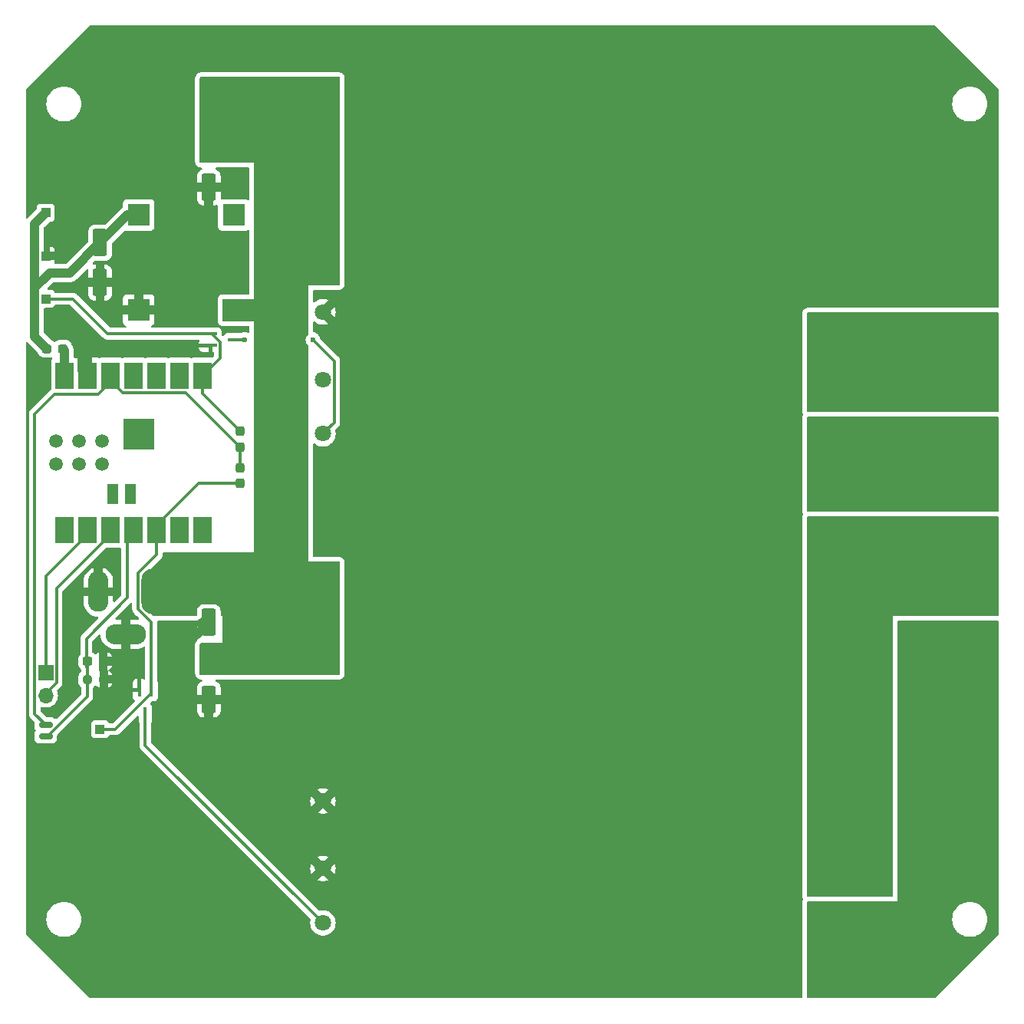
<source format=gtl>
G04 #@! TF.GenerationSoftware,KiCad,Pcbnew,7.0.7*
G04 #@! TF.CreationDate,2024-01-03T18:51:49-05:00*
G04 #@! TF.ProjectId,sunlight_pcb,73756e6c-6967-4687-945f-7063622e6b69,rev?*
G04 #@! TF.SameCoordinates,Original*
G04 #@! TF.FileFunction,Copper,L1,Top*
G04 #@! TF.FilePolarity,Positive*
%FSLAX46Y46*%
G04 Gerber Fmt 4.6, Leading zero omitted, Abs format (unit mm)*
G04 Created by KiCad (PCBNEW 7.0.7) date 2024-01-03 18:51:49*
%MOMM*%
%LPD*%
G01*
G04 APERTURE LIST*
G04 Aperture macros list*
%AMRoundRect*
0 Rectangle with rounded corners*
0 $1 Rounding radius*
0 $2 $3 $4 $5 $6 $7 $8 $9 X,Y pos of 4 corners*
0 Add a 4 corners polygon primitive as box body*
4,1,4,$2,$3,$4,$5,$6,$7,$8,$9,$2,$3,0*
0 Add four circle primitives for the rounded corners*
1,1,$1+$1,$2,$3*
1,1,$1+$1,$4,$5*
1,1,$1+$1,$6,$7*
1,1,$1+$1,$8,$9*
0 Add four rect primitives between the rounded corners*
20,1,$1+$1,$2,$3,$4,$5,0*
20,1,$1+$1,$4,$5,$6,$7,0*
20,1,$1+$1,$6,$7,$8,$9,0*
20,1,$1+$1,$8,$9,$2,$3,0*%
G04 Aperture macros list end*
G04 #@! TA.AperFunction,ComponentPad*
%ADD10RoundRect,0.250002X-1.699998X-1.699998X1.699998X-1.699998X1.699998X1.699998X-1.699998X1.699998X0*%
G04 #@! TD*
G04 #@! TA.AperFunction,ComponentPad*
%ADD11RoundRect,0.250002X1.699998X1.699998X-1.699998X1.699998X-1.699998X-1.699998X1.699998X-1.699998X0*%
G04 #@! TD*
G04 #@! TA.AperFunction,SMDPad,CuDef*
%ADD12RoundRect,0.150000X-0.600000X-0.150000X0.600000X-0.150000X0.600000X0.150000X-0.600000X0.150000X0*%
G04 #@! TD*
G04 #@! TA.AperFunction,SMDPad,CuDef*
%ADD13RoundRect,0.250000X-0.550000X1.250000X-0.550000X-1.250000X0.550000X-1.250000X0.550000X1.250000X0*%
G04 #@! TD*
G04 #@! TA.AperFunction,ComponentPad*
%ADD14C,1.803400*%
G04 #@! TD*
G04 #@! TA.AperFunction,ComponentPad*
%ADD15O,1.700000X1.700000*%
G04 #@! TD*
G04 #@! TA.AperFunction,ComponentPad*
%ADD16R,1.700000X1.700000*%
G04 #@! TD*
G04 #@! TA.AperFunction,SMDPad,CuDef*
%ADD17RoundRect,0.237500X-0.237500X0.287500X-0.237500X-0.287500X0.237500X-0.287500X0.237500X0.287500X0*%
G04 #@! TD*
G04 #@! TA.AperFunction,SMDPad,CuDef*
%ADD18RoundRect,0.237500X0.250000X0.237500X-0.250000X0.237500X-0.250000X-0.237500X0.250000X-0.237500X0*%
G04 #@! TD*
G04 #@! TA.AperFunction,SMDPad,CuDef*
%ADD19R,1.000000X1.000000*%
G04 #@! TD*
G04 #@! TA.AperFunction,SMDPad,CuDef*
%ADD20RoundRect,0.237500X0.237500X-0.287500X0.237500X0.287500X-0.237500X0.287500X-0.237500X-0.287500X0*%
G04 #@! TD*
G04 #@! TA.AperFunction,SMDPad,CuDef*
%ADD21RoundRect,0.237500X0.287500X0.237500X-0.287500X0.237500X-0.287500X-0.237500X0.287500X-0.237500X0*%
G04 #@! TD*
G04 #@! TA.AperFunction,ComponentPad*
%ADD22O,4.500000X2.250000*%
G04 #@! TD*
G04 #@! TA.AperFunction,ComponentPad*
%ADD23O,2.250000X4.500000*%
G04 #@! TD*
G04 #@! TA.AperFunction,ComponentPad*
%ADD24O,2.500000X5.000000*%
G04 #@! TD*
G04 #@! TA.AperFunction,SMDPad,CuDef*
%ADD25R,2.489200X2.489200*%
G04 #@! TD*
G04 #@! TA.AperFunction,SMDPad,CuDef*
%ADD26RoundRect,0.237500X-0.300000X-0.237500X0.300000X-0.237500X0.300000X0.237500X-0.300000X0.237500X0*%
G04 #@! TD*
G04 #@! TA.AperFunction,SMDPad,CuDef*
%ADD27R,0.450000X1.500000*%
G04 #@! TD*
G04 #@! TA.AperFunction,SMDPad,CuDef*
%ADD28R,1.500000X0.450000*%
G04 #@! TD*
G04 #@! TA.AperFunction,SMDPad,CuDef*
%ADD29R,3.500000X3.500000*%
G04 #@! TD*
G04 #@! TA.AperFunction,SMDPad,CuDef*
%ADD30R,1.300000X2.300000*%
G04 #@! TD*
G04 #@! TA.AperFunction,SMDPad,CuDef*
%ADD31C,1.500000*%
G04 #@! TD*
G04 #@! TA.AperFunction,SMDPad,CuDef*
%ADD32R,2.000000X3.000000*%
G04 #@! TD*
G04 #@! TA.AperFunction,ViaPad*
%ADD33C,0.600000*%
G04 #@! TD*
G04 #@! TA.AperFunction,Conductor*
%ADD34C,1.000000*%
G04 #@! TD*
G04 #@! TA.AperFunction,Conductor*
%ADD35C,0.300000*%
G04 #@! TD*
G04 APERTURE END LIST*
D10*
X186500000Y-107000000D03*
X186500000Y-97000000D03*
D11*
X186500000Y-83000000D03*
X186500000Y-73000000D03*
D12*
X84500000Y-114770000D03*
X84500000Y-113500000D03*
D13*
X90500000Y-60300000D03*
X90500000Y-64700000D03*
D14*
X176499997Y-130835101D03*
X176499997Y-136735101D03*
X115099997Y-135385101D03*
X115099997Y-129385101D03*
X115099997Y-121935100D03*
X115099997Y-97635101D03*
D13*
X102500000Y-97800000D03*
X102500000Y-102200000D03*
D15*
X84500000Y-110265000D03*
D16*
X84500000Y-107725000D03*
D17*
X106000000Y-86875000D03*
X106000000Y-85125000D03*
D18*
X90912500Y-108500000D03*
X89087500Y-108500000D03*
D19*
X84500000Y-61750000D03*
D20*
X106000000Y-81125000D03*
X106000000Y-82875000D03*
D13*
X102500000Y-106300000D03*
X102500000Y-110700000D03*
D21*
X86375000Y-72000000D03*
X84625000Y-72000000D03*
D22*
X93312500Y-103525000D03*
D23*
X90312500Y-98825000D03*
D24*
X96312500Y-98825000D03*
D19*
X84500000Y-66500000D03*
X84500000Y-57000000D03*
D14*
X176499997Y-76835101D03*
X176499997Y-82735101D03*
X115099997Y-81385101D03*
X115099997Y-75385101D03*
X115099997Y-67935100D03*
X115099997Y-43635101D03*
D13*
X102500000Y-54200000D03*
X102500000Y-49800000D03*
D25*
X105250000Y-67750000D03*
X105250000Y-57250000D03*
X94750000Y-57250000D03*
X94750000Y-67750000D03*
D19*
X90500000Y-114000000D03*
D26*
X90862500Y-106500000D03*
X89137500Y-106500000D03*
D27*
X95500000Y-112330000D03*
X94850000Y-109670000D03*
X96150000Y-109670000D03*
D28*
X105330000Y-71000000D03*
X102670000Y-71650000D03*
X102670000Y-70350000D03*
D29*
X94812015Y-81400000D03*
D30*
X93812015Y-88000000D03*
X91912015Y-88000000D03*
D31*
X90712015Y-82230000D03*
X90712015Y-84770000D03*
X88172015Y-82230000D03*
X88172015Y-84770000D03*
X85632015Y-82230000D03*
X85632015Y-84770000D03*
D32*
X86592015Y-75000000D03*
X89132015Y-75000000D03*
X91672015Y-75000000D03*
X94212015Y-75000000D03*
X96752015Y-75000000D03*
X99292015Y-75000000D03*
X101832015Y-75000000D03*
X101832015Y-92000000D03*
X99292015Y-92000000D03*
X96752015Y-92000000D03*
X94212015Y-92000000D03*
X91672015Y-92000000D03*
X89132015Y-92000000D03*
X86592015Y-92000000D03*
D33*
X95500000Y-72000000D03*
X88000000Y-101500000D03*
X87500000Y-99000000D03*
X92500000Y-96000000D03*
X91500000Y-95000000D03*
X95000000Y-106000000D03*
X93500000Y-101000000D03*
X88000000Y-69000000D03*
X88500000Y-72500000D03*
X104500000Y-110500000D03*
X100500000Y-110500000D03*
X100500000Y-103500000D03*
X100500000Y-102500000D03*
X99000000Y-128000000D03*
X87000000Y-110000000D03*
X91500000Y-111000000D03*
X93500000Y-106500000D03*
X98500000Y-105500000D03*
X185000000Y-120000000D03*
X180500000Y-140000000D03*
X174500000Y-95000000D03*
X173000000Y-116500000D03*
X179000000Y-86000000D03*
X173000000Y-86000000D03*
X180000000Y-72500000D03*
X173500000Y-72500000D03*
X154000000Y-108000000D03*
X134500000Y-109000000D03*
X154500000Y-65000000D03*
X135000000Y-65000000D03*
X86500000Y-60500000D03*
X106000000Y-53500000D03*
X105500000Y-63500000D03*
X105500000Y-60500000D03*
X91500000Y-72000000D03*
X99500000Y-72000000D03*
X114000000Y-71000000D03*
X106500000Y-71000000D03*
D34*
X91500000Y-72000000D02*
X89632015Y-72000000D01*
X89632015Y-72000000D02*
X89132015Y-72500000D01*
X89132015Y-72500000D02*
X89132015Y-75000000D01*
X88500000Y-72500000D02*
X88500000Y-74367985D01*
X88500000Y-74367985D02*
X89132015Y-75000000D01*
X100500000Y-103500000D02*
X101200000Y-103500000D01*
X101200000Y-103500000D02*
X102500000Y-102200000D01*
X94750000Y-57250000D02*
X93550000Y-57250000D01*
X93550000Y-57250000D02*
X90500000Y-60300000D01*
X83300000Y-70675000D02*
X83300000Y-65500000D01*
X84947919Y-63652081D02*
X83300000Y-65300000D01*
X83300000Y-65500000D02*
X83300000Y-58200000D01*
X87147919Y-63652081D02*
X84947919Y-63652081D01*
X90500000Y-60300000D02*
X87147919Y-63652081D01*
X83300000Y-65300000D02*
X83300000Y-65500000D01*
X84625000Y-72000000D02*
X83300000Y-70675000D01*
X83300000Y-58200000D02*
X84500000Y-57000000D01*
X86592015Y-75000000D02*
X86592015Y-72217015D01*
X86592015Y-72217015D02*
X86375000Y-72000000D01*
D35*
X102670000Y-70350000D02*
X91350000Y-70350000D01*
X87500000Y-66500000D02*
X84500000Y-66500000D01*
X91350000Y-70350000D02*
X87500000Y-66500000D01*
X90500000Y-114000000D02*
X92195000Y-114000000D01*
X96150000Y-110045000D02*
X96150000Y-109670000D01*
X92195000Y-114000000D02*
X96150000Y-110045000D01*
X114000000Y-71000000D02*
X116351697Y-73351697D01*
X105330000Y-71000000D02*
X106500000Y-71000000D01*
X116351697Y-80133401D02*
X115099997Y-81385101D01*
X116351697Y-73351697D02*
X116351697Y-80133401D01*
X101832015Y-75000000D02*
X103770000Y-73062015D01*
X102850000Y-70350000D02*
X102670000Y-70350000D01*
X103770000Y-73062015D02*
X103770000Y-71270000D01*
X103770000Y-71270000D02*
X102850000Y-70350000D01*
X95500000Y-112330000D02*
X95500000Y-115785104D01*
X95500000Y-115785104D02*
X115099997Y-135385101D01*
X106000000Y-86875000D02*
X101377015Y-86875000D01*
X101377015Y-86875000D02*
X96752015Y-91500000D01*
X96752015Y-91500000D02*
X96752015Y-92000000D01*
X106000000Y-81125000D02*
X101832015Y-76957015D01*
X101832015Y-76957015D02*
X101832015Y-75000000D01*
X106000000Y-85125000D02*
X106000000Y-82875000D01*
X106000000Y-82875000D02*
X99975000Y-76850000D01*
X99975000Y-76850000D02*
X93022015Y-76850000D01*
X93022015Y-76850000D02*
X91672015Y-75500000D01*
X91672015Y-75500000D02*
X91672015Y-75000000D01*
X96150000Y-109670000D02*
X96150000Y-102175242D01*
X96150000Y-102175242D02*
X94712500Y-100737742D01*
X94712500Y-96787500D02*
X96752015Y-94747985D01*
X96752015Y-94747985D02*
X96752015Y-92000000D01*
X94712500Y-100737742D02*
X94712500Y-96787500D01*
X84500000Y-114770000D02*
X84687107Y-114770000D01*
X84687107Y-114770000D02*
X89087500Y-110369607D01*
X89087500Y-110369607D02*
X89087500Y-107000000D01*
X84500000Y-113500000D02*
X83300000Y-112300000D01*
X83300000Y-112300000D02*
X83300000Y-79200000D01*
X83300000Y-79200000D02*
X85500000Y-77000000D01*
X85500000Y-77000000D02*
X90332015Y-77000000D01*
X90332015Y-77000000D02*
X91672015Y-75660000D01*
X91672015Y-75660000D02*
X91672015Y-75000000D01*
X89000000Y-107137500D02*
X89000000Y-104000000D01*
X89000000Y-104000000D02*
X93500000Y-99500000D01*
X93500000Y-99500000D02*
X93500000Y-92712015D01*
X93500000Y-92712015D02*
X94212015Y-92000000D01*
X91672015Y-92000000D02*
X91672015Y-92500000D01*
X91672015Y-92500000D02*
X85700000Y-98472015D01*
X85700000Y-108840000D02*
X84500000Y-110040000D01*
X85700000Y-98472015D02*
X85700000Y-108840000D01*
X89132015Y-92000000D02*
X89132015Y-92500000D01*
X89132015Y-92500000D02*
X84500000Y-97132015D01*
X84500000Y-97132015D02*
X84500000Y-107500000D01*
G04 #@! TA.AperFunction,Conductor*
G36*
X116943039Y-42019685D02*
G01*
X116988794Y-42072489D01*
X117000000Y-42124000D01*
X117000000Y-64876000D01*
X116980315Y-64943039D01*
X116927511Y-64988794D01*
X116876000Y-65000000D01*
X113500000Y-65000000D01*
X113500000Y-70316560D01*
X113480315Y-70383599D01*
X113463681Y-70404241D01*
X113370184Y-70497737D01*
X113274211Y-70650476D01*
X113214631Y-70820745D01*
X113214630Y-70820750D01*
X113194435Y-70999996D01*
X113194435Y-71000003D01*
X113214630Y-71179249D01*
X113214631Y-71179254D01*
X113274211Y-71349523D01*
X113370184Y-71502262D01*
X113463681Y-71595759D01*
X113497166Y-71657082D01*
X113500000Y-71683440D01*
X113500000Y-95500000D01*
X116876000Y-95500000D01*
X116943039Y-95519685D01*
X116988794Y-95572489D01*
X117000000Y-95624000D01*
X117000000Y-107876000D01*
X116980315Y-107943039D01*
X116927511Y-107988794D01*
X116876000Y-108000000D01*
X101624000Y-108000000D01*
X101556961Y-107980315D01*
X101511206Y-107927511D01*
X101500000Y-107876000D01*
X101500000Y-104624000D01*
X101519685Y-104556961D01*
X101572489Y-104511206D01*
X101624000Y-104500000D01*
X104000000Y-104500000D01*
X104000000Y-101500000D01*
X103924499Y-101500000D01*
X103857460Y-101480315D01*
X103811705Y-101427511D01*
X103800499Y-101376000D01*
X103800499Y-100899998D01*
X103800498Y-100899981D01*
X103789999Y-100797203D01*
X103789998Y-100797200D01*
X103773676Y-100747945D01*
X103734814Y-100630666D01*
X103642712Y-100481344D01*
X103518656Y-100357288D01*
X103369334Y-100265186D01*
X103202797Y-100210001D01*
X103202795Y-100210000D01*
X103100010Y-100199500D01*
X101899998Y-100199500D01*
X101899981Y-100199501D01*
X101797203Y-100210000D01*
X101797200Y-100210001D01*
X101630668Y-100265185D01*
X101630663Y-100265187D01*
X101481342Y-100357289D01*
X101357289Y-100481342D01*
X101265187Y-100630663D01*
X101265185Y-100630668D01*
X101250151Y-100676038D01*
X101210001Y-100797203D01*
X101210001Y-100797204D01*
X101210000Y-100797204D01*
X101199500Y-100899983D01*
X101199500Y-101376000D01*
X101179815Y-101443039D01*
X101127011Y-101488794D01*
X101075500Y-101500000D01*
X96446066Y-101500000D01*
X96379027Y-101480315D01*
X96358385Y-101463681D01*
X95399318Y-100504614D01*
X95365833Y-100443291D01*
X95362999Y-100416933D01*
X95362999Y-100199500D01*
X95362999Y-97108302D01*
X95382684Y-97041267D01*
X95399309Y-97020635D01*
X97151526Y-95268417D01*
X97164101Y-95258344D01*
X97163946Y-95258157D01*
X97169948Y-95253190D01*
X97169955Y-95253187D01*
X97219220Y-95200724D01*
X97240926Y-95179019D01*
X97245418Y-95173226D01*
X97249208Y-95168790D01*
X97282463Y-95133378D01*
X97292685Y-95114781D01*
X97303370Y-95098516D01*
X97316378Y-95081748D01*
X97335666Y-95037172D01*
X97338239Y-95031921D01*
X97338576Y-95031306D01*
X97361642Y-94989353D01*
X97366919Y-94968793D01*
X97373221Y-94950388D01*
X97381651Y-94930911D01*
X97389250Y-94882930D01*
X97390432Y-94877219D01*
X97402515Y-94830162D01*
X97402515Y-94808940D01*
X97404042Y-94789540D01*
X97407362Y-94768580D01*
X97402790Y-94720215D01*
X97402515Y-94714377D01*
X97402515Y-94624000D01*
X97422200Y-94556961D01*
X97475004Y-94511206D01*
X97526515Y-94500000D01*
X107499999Y-94500000D01*
X107500000Y-94500000D01*
X107500000Y-69000000D01*
X104124000Y-69000000D01*
X104056961Y-68980315D01*
X104011206Y-68927511D01*
X104000000Y-68876000D01*
X104000000Y-66624000D01*
X104019685Y-66556961D01*
X104072489Y-66511206D01*
X104124000Y-66500000D01*
X107500000Y-66500000D01*
X107500000Y-51500000D01*
X101624000Y-51500000D01*
X101556961Y-51480315D01*
X101511206Y-51427511D01*
X101500000Y-51376000D01*
X101500000Y-42124000D01*
X101519685Y-42056961D01*
X101572489Y-42011206D01*
X101624000Y-42000000D01*
X116876000Y-42000000D01*
X116943039Y-42019685D01*
G37*
G04 #@! TD.AperFunction*
G04 #@! TA.AperFunction,Conductor*
G36*
X189642539Y-90525185D02*
G01*
X189688294Y-90577989D01*
X189699500Y-90629500D01*
X189699500Y-101370500D01*
X189679815Y-101437539D01*
X189627011Y-101483294D01*
X189575500Y-101494500D01*
X178624000Y-101494500D01*
X178623991Y-101494500D01*
X178623990Y-101494501D01*
X178576155Y-101499644D01*
X178569523Y-101500000D01*
X178000000Y-101500000D01*
X178000000Y-102076877D01*
X177998738Y-102094523D01*
X177994500Y-102123998D01*
X177994500Y-132370500D01*
X177974815Y-132437539D01*
X177922011Y-132483294D01*
X177870500Y-132494500D01*
X168624000Y-132494500D01*
X168556961Y-132474815D01*
X168511206Y-132422011D01*
X168500000Y-132370500D01*
X168500000Y-90629500D01*
X168519685Y-90562461D01*
X168572489Y-90516706D01*
X168624000Y-90505500D01*
X189575500Y-90505500D01*
X189642539Y-90525185D01*
G37*
G04 #@! TD.AperFunction*
G04 #@! TA.AperFunction,Conductor*
G36*
X189642539Y-102019685D02*
G01*
X189688294Y-102072489D01*
X189699500Y-102124000D01*
X189699500Y-136574166D01*
X189679815Y-136641205D01*
X189663181Y-136661847D01*
X182661848Y-143663181D01*
X182600525Y-143696666D01*
X182574167Y-143699500D01*
X168624000Y-143699500D01*
X168556961Y-143679815D01*
X168511206Y-143627011D01*
X168500000Y-143575500D01*
X168500000Y-135000001D01*
X184564569Y-135000001D01*
X184584269Y-135275442D01*
X184584270Y-135275449D01*
X184642966Y-135545267D01*
X184642968Y-135545274D01*
X184702884Y-135705917D01*
X184739470Y-135804008D01*
X184739472Y-135804012D01*
X184871808Y-136046367D01*
X184871813Y-136046375D01*
X185037292Y-136267430D01*
X185037308Y-136267448D01*
X185232551Y-136462691D01*
X185232569Y-136462707D01*
X185453624Y-136628186D01*
X185453632Y-136628191D01*
X185695987Y-136760527D01*
X185695991Y-136760529D01*
X185695993Y-136760530D01*
X185954726Y-136857032D01*
X186224559Y-136915731D01*
X186431056Y-136930500D01*
X186568944Y-136930500D01*
X186775441Y-136915731D01*
X187045274Y-136857032D01*
X187304007Y-136760530D01*
X187546373Y-136628188D01*
X187767438Y-136462701D01*
X187962701Y-136267438D01*
X188128188Y-136046373D01*
X188260530Y-135804007D01*
X188357032Y-135545274D01*
X188415731Y-135275441D01*
X188435431Y-135000000D01*
X188415731Y-134724559D01*
X188357032Y-134454726D01*
X188260530Y-134195993D01*
X188128188Y-133953627D01*
X188128186Y-133953624D01*
X187962707Y-133732569D01*
X187962691Y-133732551D01*
X187767448Y-133537308D01*
X187767430Y-133537292D01*
X187546375Y-133371813D01*
X187546367Y-133371808D01*
X187304012Y-133239472D01*
X187304008Y-133239470D01*
X187205917Y-133202884D01*
X187045274Y-133142968D01*
X187045270Y-133142967D01*
X187045267Y-133142966D01*
X186775449Y-133084270D01*
X186775442Y-133084269D01*
X186568944Y-133069500D01*
X186431056Y-133069500D01*
X186224557Y-133084269D01*
X186224550Y-133084270D01*
X185954732Y-133142966D01*
X185954727Y-133142967D01*
X185954726Y-133142968D01*
X185892172Y-133166299D01*
X185695991Y-133239470D01*
X185695987Y-133239472D01*
X185453632Y-133371808D01*
X185453624Y-133371813D01*
X185232569Y-133537292D01*
X185232551Y-133537308D01*
X185037308Y-133732551D01*
X185037292Y-133732569D01*
X184871813Y-133953624D01*
X184871808Y-133953632D01*
X184739472Y-134195987D01*
X184739470Y-134195991D01*
X184642966Y-134454732D01*
X184584270Y-134724550D01*
X184584269Y-134724557D01*
X184564569Y-134999998D01*
X184564569Y-135000001D01*
X168500000Y-135000001D01*
X168500000Y-133124000D01*
X168519685Y-133056961D01*
X168572489Y-133011206D01*
X168624000Y-133000000D01*
X178500000Y-133000000D01*
X178500000Y-102124000D01*
X178519685Y-102056961D01*
X178572489Y-102011206D01*
X178624000Y-102000000D01*
X189575500Y-102000000D01*
X189642539Y-102019685D01*
G37*
G04 #@! TD.AperFunction*
G04 #@! TA.AperFunction,Conductor*
G36*
X189642539Y-68019685D02*
G01*
X189688294Y-68072489D01*
X189699500Y-68124000D01*
X189699500Y-78870500D01*
X189679815Y-78937539D01*
X189627011Y-78983294D01*
X189575500Y-78994500D01*
X168624000Y-78994500D01*
X168556961Y-78974815D01*
X168511206Y-78922011D01*
X168500000Y-78870500D01*
X168500000Y-68124000D01*
X168519685Y-68056961D01*
X168572489Y-68011206D01*
X168624000Y-68000000D01*
X189575500Y-68000000D01*
X189642539Y-68019685D01*
G37*
G04 #@! TD.AperFunction*
G04 #@! TA.AperFunction,Conductor*
G36*
X189642539Y-79519685D02*
G01*
X189688294Y-79572489D01*
X189699500Y-79624000D01*
X189699500Y-89876000D01*
X189679815Y-89943039D01*
X189627011Y-89988794D01*
X189575500Y-90000000D01*
X168624000Y-90000000D01*
X168556961Y-89980315D01*
X168511206Y-89927511D01*
X168500000Y-89876000D01*
X168500000Y-79624000D01*
X168519685Y-79556961D01*
X168572489Y-79511206D01*
X168624000Y-79500000D01*
X189575500Y-79500000D01*
X189642539Y-79519685D01*
G37*
G04 #@! TD.AperFunction*
G04 #@! TA.AperFunction,Conductor*
G36*
X182641206Y-36320185D02*
G01*
X182661847Y-36336818D01*
X189663182Y-43338153D01*
X189696666Y-43399474D01*
X189699500Y-43425832D01*
X189699500Y-67370500D01*
X189679815Y-67437539D01*
X189627011Y-67483294D01*
X189575500Y-67494500D01*
X168624000Y-67494500D01*
X168623991Y-67494500D01*
X168623990Y-67494501D01*
X168516549Y-67506052D01*
X168516537Y-67506054D01*
X168465027Y-67517260D01*
X168362502Y-67551383D01*
X168362496Y-67551386D01*
X168241462Y-67629171D01*
X168241451Y-67629179D01*
X168188659Y-67674923D01*
X168094433Y-67783664D01*
X168094430Y-67783668D01*
X168034664Y-67914534D01*
X168014978Y-67981575D01*
X168014976Y-67981580D01*
X168008324Y-68027851D01*
X167994500Y-68124000D01*
X167994500Y-78870500D01*
X167994501Y-78870509D01*
X168006052Y-78977950D01*
X168006054Y-78977962D01*
X168017260Y-79029472D01*
X168051383Y-79131997D01*
X168051386Y-79132003D01*
X168080433Y-79177200D01*
X168100118Y-79244240D01*
X168088912Y-79295752D01*
X168034664Y-79414534D01*
X168014978Y-79481575D01*
X168014976Y-79481580D01*
X168006215Y-79542516D01*
X167994500Y-79624000D01*
X167994500Y-89876000D01*
X167994501Y-89876009D01*
X168006052Y-89983450D01*
X168006054Y-89983462D01*
X168017260Y-90034972D01*
X168051383Y-90137497D01*
X168051386Y-90137503D01*
X168080433Y-90182700D01*
X168100118Y-90249740D01*
X168088912Y-90301252D01*
X168034664Y-90420034D01*
X168014978Y-90487075D01*
X168014976Y-90487080D01*
X167998595Y-90601016D01*
X167994500Y-90629500D01*
X167994500Y-132370500D01*
X167994501Y-132370509D01*
X168006052Y-132477950D01*
X168006054Y-132477962D01*
X168017260Y-132529472D01*
X168051383Y-132631997D01*
X168051386Y-132632003D01*
X168080433Y-132677200D01*
X168100118Y-132744240D01*
X168088912Y-132795752D01*
X168034664Y-132914534D01*
X168014978Y-132981575D01*
X168014976Y-132981580D01*
X167994500Y-133124001D01*
X167994500Y-143575500D01*
X167974815Y-143642539D01*
X167922011Y-143688294D01*
X167870500Y-143699500D01*
X89425834Y-143699500D01*
X89358795Y-143679815D01*
X89338153Y-143663181D01*
X82336819Y-136661847D01*
X82303334Y-136600524D01*
X82300500Y-136574166D01*
X82300500Y-135000001D01*
X84564569Y-135000001D01*
X84584269Y-135275442D01*
X84584270Y-135275449D01*
X84608124Y-135385101D01*
X84642968Y-135545274D01*
X84669602Y-135616683D01*
X84739470Y-135804008D01*
X84739472Y-135804012D01*
X84871808Y-136046367D01*
X84871813Y-136046375D01*
X85037292Y-136267430D01*
X85037308Y-136267448D01*
X85232551Y-136462691D01*
X85232569Y-136462707D01*
X85453624Y-136628186D01*
X85453632Y-136628191D01*
X85695987Y-136760527D01*
X85695991Y-136760529D01*
X85695993Y-136760530D01*
X85954726Y-136857032D01*
X86224559Y-136915731D01*
X86431056Y-136930500D01*
X86568944Y-136930500D01*
X86775441Y-136915731D01*
X87045274Y-136857032D01*
X87304007Y-136760530D01*
X87546373Y-136628188D01*
X87767438Y-136462701D01*
X87962701Y-136267438D01*
X88128188Y-136046373D01*
X88260530Y-135804007D01*
X88357032Y-135545274D01*
X88415731Y-135275441D01*
X88435431Y-135000000D01*
X88415731Y-134724559D01*
X88357032Y-134454726D01*
X88260530Y-134195993D01*
X88206258Y-134096602D01*
X88128191Y-133953632D01*
X88128186Y-133953624D01*
X87962707Y-133732569D01*
X87962691Y-133732551D01*
X87767448Y-133537308D01*
X87767430Y-133537292D01*
X87546375Y-133371813D01*
X87546367Y-133371808D01*
X87304012Y-133239472D01*
X87304008Y-133239470D01*
X87205917Y-133202884D01*
X87045274Y-133142968D01*
X87045270Y-133142967D01*
X87045267Y-133142966D01*
X86775449Y-133084270D01*
X86775442Y-133084269D01*
X86568944Y-133069500D01*
X86431056Y-133069500D01*
X86224557Y-133084269D01*
X86224550Y-133084270D01*
X85954732Y-133142966D01*
X85954727Y-133142967D01*
X85954726Y-133142968D01*
X85892172Y-133166299D01*
X85695991Y-133239470D01*
X85695987Y-133239472D01*
X85453632Y-133371808D01*
X85453624Y-133371813D01*
X85232569Y-133537292D01*
X85232551Y-133537308D01*
X85037308Y-133732551D01*
X85037292Y-133732569D01*
X84871813Y-133953624D01*
X84871808Y-133953632D01*
X84739472Y-134195987D01*
X84739470Y-134195991D01*
X84642966Y-134454732D01*
X84584270Y-134724550D01*
X84584269Y-134724557D01*
X84564569Y-134999998D01*
X84564569Y-135000001D01*
X82300500Y-135000001D01*
X82300500Y-71388884D01*
X82320185Y-71321845D01*
X82372989Y-71276090D01*
X82442147Y-71266146D01*
X82505703Y-71295171D01*
X82520539Y-71310461D01*
X82531924Y-71321845D01*
X82563978Y-71353899D01*
X82567169Y-71357343D01*
X82607131Y-71403892D01*
X82607130Y-71403892D01*
X82634299Y-71424923D01*
X82640186Y-71430107D01*
X83132923Y-71922844D01*
X83594987Y-72384908D01*
X83625011Y-72433584D01*
X83664089Y-72551511D01*
X83664090Y-72551512D01*
X83664091Y-72551514D01*
X83664092Y-72551516D01*
X83754660Y-72698350D01*
X83876650Y-72820340D01*
X84023484Y-72910908D01*
X84187247Y-72965174D01*
X84288323Y-72975500D01*
X84379909Y-72975499D01*
X84414022Y-72980284D01*
X84424375Y-72983246D01*
X84447582Y-72989887D01*
X84536606Y-72996666D01*
X84650474Y-73005337D01*
X84650476Y-73005337D01*
X84650477Y-73005337D01*
X84757962Y-72991648D01*
X84852328Y-72979630D01*
X84852332Y-72979628D01*
X84856303Y-72978708D01*
X84884330Y-72975499D01*
X84961670Y-72975499D01*
X84961676Y-72975499D01*
X85062753Y-72965174D01*
X85092560Y-72955296D01*
X85162385Y-72952893D01*
X85222428Y-72988623D01*
X85253622Y-73051143D01*
X85246064Y-73120602D01*
X85230831Y-73147313D01*
X85148219Y-73257668D01*
X85148217Y-73257671D01*
X85097923Y-73392517D01*
X85091516Y-73452116D01*
X85091514Y-73452135D01*
X85091515Y-76430484D01*
X85071830Y-76497523D01*
X85052404Y-76520871D01*
X85051166Y-76522033D01*
X85020194Y-76559470D01*
X85016262Y-76563791D01*
X82900483Y-78679569D01*
X82887910Y-78689643D01*
X82888065Y-78689830D01*
X82882059Y-78694798D01*
X82857434Y-78721020D01*
X82832809Y-78747244D01*
X82821949Y-78758104D01*
X82811088Y-78768965D01*
X82811078Y-78768977D01*
X82806587Y-78774765D01*
X82802801Y-78779197D01*
X82769552Y-78814606D01*
X82759322Y-78833213D01*
X82748646Y-78849464D01*
X82735640Y-78866232D01*
X82735636Y-78866238D01*
X82716348Y-78910811D01*
X82713777Y-78916058D01*
X82690372Y-78958630D01*
X82690372Y-78958631D01*
X82685091Y-78979199D01*
X82678791Y-78997601D01*
X82670364Y-79017073D01*
X82662766Y-79065047D01*
X82661581Y-79070770D01*
X82649500Y-79117818D01*
X82649500Y-79139044D01*
X82647973Y-79158443D01*
X82644653Y-79179405D01*
X82647187Y-79206206D01*
X82649225Y-79227767D01*
X82649500Y-79233606D01*
X82649500Y-112214494D01*
X82647732Y-112230505D01*
X82647974Y-112230528D01*
X82647240Y-112238294D01*
X82649500Y-112310203D01*
X82649500Y-112340920D01*
X82649501Y-112340940D01*
X82650418Y-112348206D01*
X82650876Y-112354024D01*
X82652402Y-112402567D01*
X82652403Y-112402570D01*
X82658323Y-112422948D01*
X82662268Y-112441996D01*
X82664928Y-112463054D01*
X82664931Y-112463064D01*
X82682813Y-112508230D01*
X82684705Y-112513758D01*
X82698254Y-112560395D01*
X82698255Y-112560397D01*
X82709060Y-112578666D01*
X82717617Y-112596134D01*
X82723226Y-112610300D01*
X82725432Y-112615872D01*
X82753983Y-112655170D01*
X82757188Y-112660049D01*
X82781919Y-112701865D01*
X82781923Y-112701869D01*
X82796925Y-112716871D01*
X82809563Y-112731669D01*
X82822033Y-112748833D01*
X82822036Y-112748836D01*
X82822037Y-112748837D01*
X82859476Y-112779809D01*
X82863776Y-112783722D01*
X83079554Y-112999500D01*
X83218011Y-113137957D01*
X83251496Y-113199280D01*
X83252199Y-113241058D01*
X83252899Y-113241114D01*
X83249500Y-113284304D01*
X83249500Y-113715696D01*
X83252401Y-113752567D01*
X83252402Y-113752573D01*
X83298254Y-113910393D01*
X83298255Y-113910396D01*
X83381917Y-114051862D01*
X83386702Y-114058031D01*
X83384256Y-114059927D01*
X83410857Y-114108642D01*
X83405873Y-114178334D01*
X83385069Y-114210703D01*
X83386702Y-114211969D01*
X83381917Y-114218137D01*
X83298255Y-114359603D01*
X83298254Y-114359606D01*
X83252402Y-114517426D01*
X83252401Y-114517432D01*
X83249500Y-114554304D01*
X83249500Y-114985696D01*
X83252401Y-115022567D01*
X83252402Y-115022573D01*
X83298254Y-115180393D01*
X83298255Y-115180396D01*
X83381917Y-115321862D01*
X83381923Y-115321870D01*
X83498129Y-115438076D01*
X83498133Y-115438079D01*
X83498135Y-115438081D01*
X83639602Y-115521744D01*
X83681224Y-115533836D01*
X83797426Y-115567597D01*
X83797429Y-115567597D01*
X83797431Y-115567598D01*
X83809722Y-115568565D01*
X83834304Y-115570500D01*
X83834306Y-115570500D01*
X85165696Y-115570500D01*
X85184131Y-115569049D01*
X85202569Y-115567598D01*
X85202571Y-115567597D01*
X85202573Y-115567597D01*
X85256336Y-115551977D01*
X85360398Y-115521744D01*
X85501865Y-115438081D01*
X85618081Y-115321865D01*
X85701744Y-115180398D01*
X85747598Y-115022569D01*
X85750500Y-114985694D01*
X85750500Y-114677913D01*
X85770185Y-114610875D01*
X85786814Y-114590238D01*
X89487013Y-110890038D01*
X89499579Y-110879972D01*
X89499425Y-110879785D01*
X89505437Y-110874811D01*
X89505437Y-110874810D01*
X89505440Y-110874809D01*
X89554690Y-110822362D01*
X89576411Y-110800642D01*
X89580901Y-110794852D01*
X89584683Y-110790422D01*
X89617948Y-110755000D01*
X89628174Y-110736397D01*
X89638853Y-110720140D01*
X89651862Y-110703371D01*
X89671156Y-110658782D01*
X89673712Y-110653563D01*
X89697127Y-110610975D01*
X89702405Y-110590413D01*
X89708707Y-110572006D01*
X89717135Y-110552534D01*
X89724733Y-110504560D01*
X89725915Y-110498849D01*
X89738000Y-110451784D01*
X89738000Y-110430556D01*
X89739527Y-110411157D01*
X89742846Y-110390203D01*
X89738275Y-110341846D01*
X89738000Y-110336008D01*
X89738000Y-109445000D01*
X94125000Y-109445000D01*
X94625000Y-109445000D01*
X94625000Y-108420000D01*
X94577155Y-108420000D01*
X94517627Y-108426401D01*
X94517620Y-108426403D01*
X94382913Y-108476645D01*
X94382906Y-108476649D01*
X94267812Y-108562809D01*
X94267809Y-108562812D01*
X94181649Y-108677906D01*
X94181645Y-108677913D01*
X94131403Y-108812620D01*
X94131401Y-108812627D01*
X94125000Y-108872155D01*
X94125000Y-109445000D01*
X89738000Y-109445000D01*
X89738000Y-109426771D01*
X89757685Y-109359732D01*
X89792929Y-109325132D01*
X89792683Y-109324821D01*
X89795582Y-109322528D01*
X89796901Y-109321233D01*
X89798350Y-109320340D01*
X89912675Y-109206014D01*
X89973994Y-109172532D01*
X90043686Y-109177516D01*
X90088034Y-109206017D01*
X90201961Y-109319944D01*
X90201965Y-109319947D01*
X90348694Y-109410451D01*
X90348702Y-109410455D01*
X90437499Y-109439878D01*
X90437500Y-109439878D01*
X90437500Y-108975000D01*
X91387500Y-108975000D01*
X91387500Y-109439878D01*
X91476297Y-109410455D01*
X91476305Y-109410451D01*
X91623034Y-109319947D01*
X91623038Y-109319944D01*
X91744944Y-109198038D01*
X91744947Y-109198034D01*
X91835448Y-109051311D01*
X91835453Y-109051300D01*
X91860737Y-108975000D01*
X91387500Y-108975000D01*
X90437500Y-108975000D01*
X90437500Y-107559323D01*
X90396080Y-107505930D01*
X90387500Y-107460607D01*
X90387500Y-106975000D01*
X91337500Y-106975000D01*
X91337500Y-107457242D01*
X91378920Y-107510634D01*
X91387500Y-107555959D01*
X91387500Y-108025000D01*
X91860736Y-108025000D01*
X91835453Y-107948699D01*
X91835448Y-107948688D01*
X91744947Y-107801965D01*
X91744944Y-107801961D01*
X91623039Y-107680056D01*
X91502228Y-107605539D01*
X91455504Y-107553591D01*
X91444282Y-107484628D01*
X91472125Y-107420546D01*
X91502228Y-107394461D01*
X91623039Y-107319943D01*
X91744944Y-107198038D01*
X91744947Y-107198034D01*
X91835448Y-107051311D01*
X91835453Y-107051300D01*
X91860737Y-106975000D01*
X91337500Y-106975000D01*
X90387500Y-106975000D01*
X90387500Y-105543553D01*
X91337499Y-105543553D01*
X91337500Y-106025000D01*
X91860736Y-106025000D01*
X91835453Y-105948699D01*
X91835448Y-105948688D01*
X91744947Y-105801965D01*
X91744944Y-105801961D01*
X91623038Y-105680055D01*
X91623034Y-105680052D01*
X91476311Y-105589551D01*
X91476300Y-105589546D01*
X91337499Y-105543553D01*
X90387500Y-105543553D01*
X90248699Y-105589546D01*
X90248688Y-105589551D01*
X90101965Y-105680052D01*
X90088032Y-105693985D01*
X90026708Y-105727468D01*
X89957016Y-105722482D01*
X89912672Y-105693982D01*
X89898351Y-105679661D01*
X89898350Y-105679660D01*
X89751516Y-105589092D01*
X89751515Y-105589091D01*
X89751514Y-105589091D01*
X89735493Y-105583782D01*
X89678049Y-105544008D01*
X89651228Y-105479492D01*
X89650500Y-105466077D01*
X89650500Y-104320807D01*
X89670185Y-104253768D01*
X89686814Y-104233131D01*
X90355425Y-103564520D01*
X90416744Y-103531038D01*
X90486435Y-103536022D01*
X90542369Y-103577893D01*
X90566720Y-103642475D01*
X90577542Y-103779988D01*
X90637252Y-104028702D01*
X90735134Y-104265012D01*
X90735136Y-104265015D01*
X90868778Y-104483100D01*
X90868779Y-104483102D01*
X91034898Y-104677601D01*
X91229397Y-104843720D01*
X91229399Y-104843721D01*
X91447484Y-104977363D01*
X91447487Y-104977365D01*
X91683797Y-105075247D01*
X91932511Y-105134957D01*
X91932510Y-105134957D01*
X92123648Y-105150000D01*
X92812500Y-105150000D01*
X92812500Y-104149000D01*
X92832185Y-104081961D01*
X92884989Y-104036206D01*
X92936500Y-104025000D01*
X93688500Y-104025000D01*
X93755539Y-104044685D01*
X93801294Y-104097489D01*
X93812500Y-104149000D01*
X93812500Y-105150000D01*
X94501352Y-105150000D01*
X94692488Y-105134957D01*
X94941202Y-105075247D01*
X95177512Y-104977365D01*
X95177515Y-104977363D01*
X95310710Y-104895742D01*
X95378156Y-104877497D01*
X95444758Y-104898613D01*
X95489372Y-104952385D01*
X95499500Y-105001469D01*
X95499500Y-108367259D01*
X95479815Y-108434298D01*
X95427011Y-108480053D01*
X95357853Y-108489997D01*
X95325581Y-108479256D01*
X95325399Y-108479746D01*
X95182379Y-108426403D01*
X95182372Y-108426401D01*
X95122844Y-108420000D01*
X95075000Y-108420000D01*
X95075000Y-109771000D01*
X95055315Y-109838039D01*
X95002511Y-109883794D01*
X94951000Y-109895000D01*
X94125000Y-109895000D01*
X94125000Y-110467844D01*
X94131401Y-110527372D01*
X94131403Y-110527379D01*
X94181645Y-110662086D01*
X94181649Y-110662093D01*
X94267809Y-110777187D01*
X94284816Y-110789919D01*
X94326687Y-110845854D01*
X94331670Y-110915545D01*
X94298185Y-110976866D01*
X91961873Y-113313181D01*
X91900550Y-113346666D01*
X91874192Y-113349500D01*
X91564141Y-113349500D01*
X91497102Y-113329815D01*
X91451347Y-113277011D01*
X91447969Y-113268859D01*
X91443796Y-113257669D01*
X91443793Y-113257665D01*
X91443793Y-113257664D01*
X91357547Y-113142455D01*
X91357544Y-113142452D01*
X91242335Y-113056206D01*
X91242328Y-113056202D01*
X91107482Y-113005908D01*
X91107483Y-113005908D01*
X91047883Y-112999501D01*
X91047881Y-112999500D01*
X91047873Y-112999500D01*
X91047864Y-112999500D01*
X89952129Y-112999500D01*
X89952123Y-112999501D01*
X89892516Y-113005908D01*
X89757671Y-113056202D01*
X89757664Y-113056206D01*
X89642455Y-113142452D01*
X89642452Y-113142455D01*
X89556206Y-113257664D01*
X89556202Y-113257671D01*
X89505908Y-113392517D01*
X89499501Y-113452116D01*
X89499500Y-113452135D01*
X89499500Y-114547870D01*
X89499501Y-114547876D01*
X89505908Y-114607483D01*
X89556202Y-114742328D01*
X89556206Y-114742335D01*
X89642452Y-114857544D01*
X89642455Y-114857547D01*
X89757664Y-114943793D01*
X89757671Y-114943797D01*
X89892517Y-114994091D01*
X89892516Y-114994091D01*
X89899444Y-114994835D01*
X89952127Y-115000500D01*
X91047872Y-115000499D01*
X91107483Y-114994091D01*
X91242331Y-114943796D01*
X91357546Y-114857546D01*
X91443796Y-114742331D01*
X91447960Y-114731165D01*
X91489829Y-114675234D01*
X91555293Y-114650816D01*
X91564141Y-114650500D01*
X92109495Y-114650500D01*
X92125505Y-114652267D01*
X92125528Y-114652026D01*
X92133289Y-114652758D01*
X92133296Y-114652760D01*
X92205203Y-114650500D01*
X92235925Y-114650500D01*
X92243190Y-114649581D01*
X92249016Y-114649122D01*
X92297569Y-114647597D01*
X92317956Y-114641673D01*
X92336996Y-114637731D01*
X92358058Y-114635071D01*
X92403235Y-114617183D01*
X92408735Y-114615300D01*
X92455398Y-114601744D01*
X92473665Y-114590939D01*
X92491136Y-114582380D01*
X92510871Y-114574568D01*
X92550177Y-114546010D01*
X92555043Y-114542813D01*
X92596865Y-114518081D01*
X92611870Y-114503075D01*
X92626668Y-114490436D01*
X92643837Y-114477963D01*
X92674809Y-114440522D01*
X92678723Y-114436221D01*
X94562821Y-112552123D01*
X94624142Y-112518640D01*
X94693834Y-112523624D01*
X94749767Y-112565496D01*
X94774184Y-112630960D01*
X94774500Y-112639806D01*
X94774500Y-113127870D01*
X94774501Y-113127876D01*
X94780908Y-113187483D01*
X94831203Y-113322330D01*
X94834329Y-113328054D01*
X94849500Y-113387486D01*
X94849500Y-115699598D01*
X94847732Y-115715609D01*
X94847974Y-115715632D01*
X94847240Y-115723398D01*
X94849500Y-115795307D01*
X94849500Y-115826024D01*
X94849501Y-115826044D01*
X94850418Y-115833310D01*
X94850876Y-115839128D01*
X94852402Y-115887671D01*
X94852403Y-115887674D01*
X94858323Y-115908052D01*
X94862268Y-115927100D01*
X94864928Y-115948158D01*
X94864931Y-115948168D01*
X94882813Y-115993334D01*
X94884705Y-115998862D01*
X94898254Y-116045499D01*
X94898255Y-116045501D01*
X94909060Y-116063770D01*
X94917617Y-116081238D01*
X94923226Y-116095404D01*
X94925432Y-116100976D01*
X94953983Y-116140274D01*
X94957188Y-116145153D01*
X94981919Y-116186969D01*
X94981923Y-116186973D01*
X94996925Y-116201975D01*
X95009563Y-116216773D01*
X95022033Y-116233937D01*
X95022036Y-116233940D01*
X95022037Y-116233941D01*
X95059476Y-116264913D01*
X95063776Y-116268826D01*
X106778351Y-127983401D01*
X113710104Y-134915154D01*
X113743589Y-134976477D01*
X113742629Y-135033274D01*
X113712180Y-135153516D01*
X113692991Y-135385095D01*
X113692991Y-135385106D01*
X113712180Y-135616683D01*
X113769226Y-135841955D01*
X113862572Y-136054763D01*
X113989670Y-136249299D01*
X113989672Y-136249302D01*
X114147058Y-136420269D01*
X114147061Y-136420271D01*
X114147064Y-136420274D01*
X114330429Y-136562993D01*
X114330435Y-136562997D01*
X114330438Y-136562999D01*
X114534809Y-136673600D01*
X114754597Y-136749053D01*
X114983807Y-136787301D01*
X115216187Y-136787301D01*
X115445397Y-136749053D01*
X115665185Y-136673600D01*
X115869556Y-136562999D01*
X116052936Y-136420269D01*
X116210322Y-136249302D01*
X116337422Y-136054762D01*
X116430768Y-135841955D01*
X116487813Y-135616687D01*
X116507003Y-135385101D01*
X116487813Y-135153515D01*
X116430768Y-134928247D01*
X116337422Y-134715440D01*
X116210322Y-134520900D01*
X116052936Y-134349933D01*
X116052931Y-134349929D01*
X116052929Y-134349927D01*
X115869564Y-134207208D01*
X115869558Y-134207204D01*
X115665185Y-134096602D01*
X115665177Y-134096599D01*
X115445399Y-134021149D01*
X115216187Y-133982901D01*
X114983807Y-133982901D01*
X114754593Y-134021149D01*
X114754590Y-134021150D01*
X114754387Y-134021220D01*
X114754298Y-134021223D01*
X114749623Y-134022408D01*
X114749379Y-134021445D01*
X114684588Y-134024362D01*
X114626457Y-133991615D01*
X110019948Y-129385106D01*
X113693493Y-129385106D01*
X113712675Y-129616600D01*
X113769701Y-129841792D01*
X113820465Y-129957524D01*
X114269487Y-129508503D01*
X114330810Y-129475018D01*
X114400502Y-129480002D01*
X114456435Y-129521874D01*
X114475099Y-129557865D01*
X114509282Y-129663070D01*
X114509283Y-129663072D01*
X114509284Y-129663074D01*
X114596968Y-129801242D01*
X114716259Y-129913263D01*
X114716267Y-129913269D01*
X114859664Y-129992102D01*
X114859668Y-129992104D01*
X114919986Y-130007591D01*
X114980022Y-130043327D01*
X115011208Y-130105850D01*
X115003641Y-130175309D01*
X114976828Y-130215375D01*
X114524664Y-130667539D01*
X114535007Y-130673137D01*
X114535022Y-130673144D01*
X114754718Y-130748565D01*
X114983850Y-130786801D01*
X115216144Y-130786801D01*
X115445275Y-130748565D01*
X115664983Y-130673139D01*
X115675328Y-130667540D01*
X115675329Y-130667539D01*
X115225966Y-130218176D01*
X115192481Y-130156853D01*
X115197465Y-130087161D01*
X115239337Y-130031228D01*
X115267996Y-130015204D01*
X115414509Y-129957196D01*
X115414516Y-129957191D01*
X115546900Y-129861009D01*
X115546900Y-129861007D01*
X115546902Y-129861007D01*
X115651215Y-129734914D01*
X115720892Y-129586842D01*
X115723138Y-129575067D01*
X115755034Y-129512904D01*
X115815475Y-129477852D01*
X115885272Y-129481042D01*
X115932623Y-129510619D01*
X116379526Y-129957524D01*
X116379527Y-129957523D01*
X116430292Y-129841795D01*
X116487318Y-129616600D01*
X116506501Y-129385106D01*
X116506501Y-129385095D01*
X116487318Y-129153601D01*
X116430293Y-128928412D01*
X116379526Y-128812676D01*
X115930506Y-129261697D01*
X115869183Y-129295182D01*
X115799491Y-129290198D01*
X115743558Y-129248326D01*
X115724894Y-129212334D01*
X115715480Y-129183360D01*
X115690712Y-129107132D01*
X115690710Y-129107129D01*
X115690710Y-129107128D01*
X115603025Y-128968959D01*
X115483734Y-128856938D01*
X115483726Y-128856932D01*
X115340329Y-128778099D01*
X115340319Y-128778096D01*
X115280009Y-128762611D01*
X115219971Y-128726873D01*
X115188785Y-128664349D01*
X115196353Y-128594891D01*
X115223165Y-128554826D01*
X115675328Y-128102661D01*
X115675328Y-128102659D01*
X115664993Y-128097067D01*
X115664979Y-128097060D01*
X115445275Y-128021636D01*
X115216144Y-127983401D01*
X114983850Y-127983401D01*
X114754716Y-128021636D01*
X114535023Y-128097056D01*
X114535008Y-128097063D01*
X114524663Y-128102660D01*
X114974028Y-128552025D01*
X115007513Y-128613348D01*
X115002529Y-128683040D01*
X114960657Y-128738973D01*
X114931995Y-128754998D01*
X114785486Y-128813005D01*
X114785477Y-128813010D01*
X114653093Y-128909192D01*
X114653091Y-128909195D01*
X114548780Y-129035286D01*
X114479101Y-129183360D01*
X114479100Y-129183363D01*
X114476854Y-129195140D01*
X114444953Y-129257302D01*
X114384510Y-129292350D01*
X114314713Y-129289155D01*
X114267370Y-129259581D01*
X113820465Y-128812676D01*
X113769700Y-128928411D01*
X113712675Y-129153601D01*
X113693493Y-129385095D01*
X113693493Y-129385106D01*
X110019948Y-129385106D01*
X102569947Y-121935105D01*
X113693493Y-121935105D01*
X113712675Y-122166599D01*
X113769701Y-122391791D01*
X113820465Y-122507522D01*
X113820466Y-122507523D01*
X114269487Y-122058501D01*
X114330810Y-122025016D01*
X114400501Y-122030000D01*
X114456435Y-122071871D01*
X114475099Y-122107864D01*
X114509283Y-122213072D01*
X114596968Y-122351241D01*
X114716259Y-122463262D01*
X114716267Y-122463268D01*
X114859664Y-122542101D01*
X114859668Y-122542103D01*
X114919986Y-122557590D01*
X114980022Y-122593326D01*
X115011208Y-122655849D01*
X115003641Y-122725308D01*
X114976828Y-122765374D01*
X114524664Y-123217538D01*
X114535007Y-123223136D01*
X114535022Y-123223143D01*
X114754718Y-123298564D01*
X114983850Y-123336800D01*
X115216144Y-123336800D01*
X115445275Y-123298564D01*
X115664983Y-123223138D01*
X115675328Y-123217539D01*
X115675329Y-123217538D01*
X115225966Y-122768175D01*
X115192481Y-122706852D01*
X115197465Y-122637160D01*
X115239337Y-122581227D01*
X115267996Y-122565203D01*
X115414509Y-122507195D01*
X115414516Y-122507190D01*
X115546900Y-122411008D01*
X115546900Y-122411006D01*
X115546902Y-122411006D01*
X115651215Y-122284913D01*
X115720892Y-122136841D01*
X115723138Y-122125066D01*
X115755035Y-122062903D01*
X115815477Y-122027853D01*
X115885274Y-122031044D01*
X115932623Y-122060620D01*
X116379526Y-122507523D01*
X116379527Y-122507522D01*
X116430292Y-122391794D01*
X116487318Y-122166599D01*
X116506501Y-121935105D01*
X116506501Y-121935094D01*
X116487318Y-121703600D01*
X116430293Y-121478411D01*
X116379526Y-121362675D01*
X115930506Y-121811697D01*
X115869183Y-121845182D01*
X115799492Y-121840198D01*
X115743558Y-121798327D01*
X115724894Y-121762334D01*
X115715483Y-121733369D01*
X115690712Y-121657131D01*
X115690710Y-121657128D01*
X115690710Y-121657127D01*
X115603025Y-121518958D01*
X115483734Y-121406937D01*
X115483726Y-121406931D01*
X115340329Y-121328098D01*
X115340319Y-121328095D01*
X115280009Y-121312610D01*
X115219971Y-121276872D01*
X115188785Y-121214348D01*
X115196353Y-121144890D01*
X115223165Y-121104825D01*
X115675328Y-120652660D01*
X115675328Y-120652658D01*
X115664993Y-120647066D01*
X115664979Y-120647059D01*
X115445275Y-120571635D01*
X115216144Y-120533400D01*
X114983850Y-120533400D01*
X114754716Y-120571635D01*
X114535023Y-120647055D01*
X114535008Y-120647062D01*
X114524663Y-120652659D01*
X114974028Y-121102024D01*
X115007513Y-121163347D01*
X115002529Y-121233039D01*
X114960657Y-121288972D01*
X114931995Y-121304997D01*
X114785486Y-121363004D01*
X114785477Y-121363009D01*
X114653093Y-121459191D01*
X114653091Y-121459194D01*
X114548780Y-121585285D01*
X114479101Y-121733359D01*
X114479098Y-121733369D01*
X114476853Y-121745139D01*
X114444953Y-121807301D01*
X114384508Y-121842348D01*
X114314712Y-121839153D01*
X114267370Y-121809579D01*
X113820465Y-121362675D01*
X113769700Y-121478410D01*
X113712675Y-121703600D01*
X113693493Y-121935094D01*
X113693493Y-121935105D01*
X102569947Y-121935105D01*
X96186819Y-115551977D01*
X96153334Y-115490654D01*
X96150500Y-115464296D01*
X96150500Y-113387486D01*
X96165671Y-113328054D01*
X96168793Y-113322333D01*
X96168796Y-113322331D01*
X96219091Y-113187483D01*
X96225500Y-113127873D01*
X96225499Y-111532128D01*
X96219091Y-111472517D01*
X96168796Y-111337669D01*
X96168795Y-111337668D01*
X96168793Y-111337664D01*
X96082547Y-111222455D01*
X96076275Y-111216183D01*
X96078655Y-111213802D01*
X96068317Y-111200000D01*
X101200001Y-111200000D01*
X101200001Y-111999986D01*
X101210494Y-112102697D01*
X101265641Y-112269119D01*
X101265643Y-112269124D01*
X101357684Y-112418345D01*
X101481654Y-112542315D01*
X101630875Y-112634356D01*
X101630880Y-112634358D01*
X101797302Y-112689505D01*
X101797309Y-112689506D01*
X101900019Y-112699999D01*
X102000000Y-112699998D01*
X102000000Y-111200000D01*
X103000000Y-111200000D01*
X103000000Y-112699999D01*
X103099972Y-112699999D01*
X103099986Y-112699998D01*
X103202697Y-112689505D01*
X103369119Y-112634358D01*
X103369124Y-112634356D01*
X103518345Y-112542315D01*
X103642315Y-112418345D01*
X103734356Y-112269124D01*
X103734358Y-112269119D01*
X103789505Y-112102697D01*
X103789506Y-112102690D01*
X103799999Y-111999986D01*
X103800000Y-111999973D01*
X103800000Y-111200000D01*
X103000000Y-111200000D01*
X102000000Y-111200000D01*
X101200001Y-111200000D01*
X96068317Y-111200000D01*
X96046555Y-111170946D01*
X96041552Y-111101255D01*
X96075017Y-111039927D01*
X96158129Y-110956815D01*
X96219451Y-110923333D01*
X96245808Y-110920499D01*
X96422871Y-110920499D01*
X96422872Y-110920499D01*
X96482483Y-110914091D01*
X96617331Y-110863796D01*
X96732546Y-110777546D01*
X96818796Y-110662331D01*
X96869091Y-110527483D01*
X96875500Y-110467873D01*
X96875499Y-108872128D01*
X96869091Y-108812517D01*
X96859453Y-108786677D01*
X96831117Y-108710703D01*
X96818796Y-108677669D01*
X96818793Y-108677666D01*
X96815667Y-108671939D01*
X96800500Y-108612513D01*
X96800500Y-105466077D01*
X96800500Y-102260734D01*
X96802268Y-102244731D01*
X96802026Y-102244709D01*
X96802758Y-102236953D01*
X96802760Y-102236946D01*
X96800500Y-102165038D01*
X96800500Y-102134317D01*
X96800500Y-102130418D01*
X96802250Y-102130418D01*
X96816107Y-102069172D01*
X96865921Y-102020178D01*
X96924442Y-102005500D01*
X101075490Y-102005500D01*
X101075500Y-102005500D01*
X101182956Y-101993947D01*
X101234467Y-101982741D01*
X101268697Y-101971347D01*
X101336997Y-101948616D01*
X101337001Y-101948613D01*
X101337004Y-101948613D01*
X101458043Y-101870825D01*
X101510847Y-101825070D01*
X101582138Y-101742796D01*
X101640918Y-101705022D01*
X101675851Y-101700000D01*
X102876000Y-101700000D01*
X102943039Y-101719685D01*
X102988794Y-101772489D01*
X103000000Y-101824000D01*
X103000000Y-102576000D01*
X102980315Y-102643039D01*
X102927511Y-102688794D01*
X102876000Y-102700000D01*
X101200001Y-102700000D01*
X101200001Y-103499986D01*
X101210494Y-103602697D01*
X101265641Y-103769119D01*
X101265643Y-103769124D01*
X101353913Y-103912232D01*
X101372353Y-103979625D01*
X101351430Y-104046288D01*
X101315415Y-104081644D01*
X101241456Y-104129175D01*
X101241451Y-104129179D01*
X101188659Y-104174923D01*
X101094433Y-104283664D01*
X101094430Y-104283668D01*
X101034664Y-104414534D01*
X101014978Y-104481575D01*
X101014976Y-104481580D01*
X100998595Y-104595516D01*
X100994500Y-104624000D01*
X100994500Y-107876000D01*
X100994501Y-107876009D01*
X101006052Y-107983450D01*
X101006054Y-107983462D01*
X101017260Y-108034972D01*
X101051383Y-108137497D01*
X101051386Y-108137503D01*
X101129171Y-108258537D01*
X101129179Y-108258548D01*
X101174923Y-108311340D01*
X101174926Y-108311343D01*
X101174930Y-108311347D01*
X101283664Y-108405567D01*
X101283667Y-108405568D01*
X101283668Y-108405569D01*
X101377925Y-108448616D01*
X101414541Y-108465338D01*
X101453048Y-108476645D01*
X101481575Y-108485022D01*
X101481580Y-108485023D01*
X101481584Y-108485024D01*
X101624000Y-108505500D01*
X101624003Y-108505500D01*
X101647511Y-108505500D01*
X101714550Y-108525185D01*
X101760305Y-108577989D01*
X101770249Y-108647147D01*
X101741224Y-108710703D01*
X101686515Y-108747206D01*
X101630880Y-108765641D01*
X101630875Y-108765643D01*
X101481654Y-108857684D01*
X101357684Y-108981654D01*
X101265643Y-109130875D01*
X101265641Y-109130880D01*
X101210494Y-109297302D01*
X101210493Y-109297309D01*
X101200000Y-109400013D01*
X101200000Y-110200000D01*
X103799999Y-110200000D01*
X103799999Y-109400028D01*
X103799998Y-109400013D01*
X103789505Y-109297302D01*
X103734358Y-109130880D01*
X103734356Y-109130875D01*
X103642315Y-108981654D01*
X103518345Y-108857684D01*
X103369124Y-108765643D01*
X103369119Y-108765641D01*
X103313484Y-108747206D01*
X103256039Y-108707434D01*
X103229216Y-108642918D01*
X103241531Y-108574142D01*
X103289074Y-108522942D01*
X103352488Y-108505500D01*
X116875990Y-108505500D01*
X116876000Y-108505500D01*
X116983456Y-108493947D01*
X117034967Y-108482741D01*
X117069197Y-108471347D01*
X117137497Y-108448616D01*
X117137501Y-108448613D01*
X117137504Y-108448613D01*
X117258543Y-108370825D01*
X117311347Y-108325070D01*
X117405567Y-108216336D01*
X117465338Y-108085459D01*
X117485023Y-108018420D01*
X117485024Y-108018416D01*
X117505500Y-107876000D01*
X117505500Y-95624000D01*
X117493947Y-95516544D01*
X117482741Y-95465033D01*
X117482637Y-95464722D01*
X117448616Y-95362502D01*
X117448613Y-95362496D01*
X117370828Y-95241462D01*
X117370825Y-95241457D01*
X117370820Y-95241451D01*
X117325076Y-95188659D01*
X117325072Y-95188656D01*
X117325070Y-95188653D01*
X117216336Y-95094433D01*
X117216333Y-95094431D01*
X117216331Y-95094430D01*
X117085465Y-95034664D01*
X117085460Y-95034662D01*
X117085459Y-95034662D01*
X117062858Y-95028025D01*
X117018425Y-95014978D01*
X117018419Y-95014976D01*
X116932966Y-95002690D01*
X116876000Y-94994500D01*
X116875998Y-94994500D01*
X114129500Y-94994500D01*
X114062461Y-94974815D01*
X114016706Y-94922011D01*
X114005500Y-94870500D01*
X114005500Y-82563736D01*
X114025185Y-82496697D01*
X114077989Y-82450942D01*
X114147147Y-82440998D01*
X114205662Y-82465883D01*
X114330429Y-82562993D01*
X114330435Y-82562997D01*
X114330438Y-82562999D01*
X114534809Y-82673600D01*
X114754597Y-82749053D01*
X114983807Y-82787301D01*
X115216187Y-82787301D01*
X115445397Y-82749053D01*
X115665185Y-82673600D01*
X115869556Y-82562999D01*
X116052936Y-82420269D01*
X116210322Y-82249302D01*
X116337422Y-82054762D01*
X116430768Y-81841955D01*
X116487813Y-81616687D01*
X116500658Y-81461677D01*
X116507003Y-81385106D01*
X116507003Y-81385095D01*
X116487814Y-81153523D01*
X116487812Y-81153511D01*
X116457364Y-81033274D01*
X116459989Y-80963454D01*
X116489887Y-80915155D01*
X116751210Y-80653832D01*
X116763776Y-80643766D01*
X116763622Y-80643579D01*
X116769634Y-80638605D01*
X116769634Y-80638604D01*
X116769637Y-80638603D01*
X116818887Y-80586156D01*
X116840608Y-80564436D01*
X116845098Y-80558646D01*
X116848880Y-80554216D01*
X116882145Y-80518794D01*
X116892371Y-80500191D01*
X116903050Y-80483934D01*
X116916059Y-80467165D01*
X116935360Y-80422560D01*
X116937904Y-80417366D01*
X116961324Y-80374769D01*
X116966603Y-80354208D01*
X116972905Y-80335799D01*
X116981332Y-80316327D01*
X116988929Y-80268357D01*
X116990114Y-80262636D01*
X116992987Y-80251448D01*
X117002197Y-80215578D01*
X117002197Y-80194349D01*
X117003724Y-80174950D01*
X117007043Y-80153996D01*
X117002472Y-80105639D01*
X117002197Y-80099801D01*
X117002197Y-73437200D01*
X117003965Y-73421188D01*
X117003723Y-73421166D01*
X117004457Y-73413403D01*
X117002197Y-73341479D01*
X117002197Y-73310775D01*
X117002197Y-73310772D01*
X117001276Y-73303489D01*
X117000820Y-73297684D01*
X116999295Y-73249128D01*
X116993372Y-73228742D01*
X116989426Y-73209687D01*
X116986768Y-73188640D01*
X116986768Y-73188639D01*
X116968883Y-73143469D01*
X116966994Y-73137949D01*
X116957006Y-73103570D01*
X116953441Y-73091299D01*
X116942637Y-73073031D01*
X116934075Y-73055553D01*
X116926265Y-73035826D01*
X116926262Y-73035822D01*
X116904888Y-73006403D01*
X116897711Y-72996524D01*
X116894508Y-72991648D01*
X116887787Y-72980284D01*
X116869778Y-72949832D01*
X116869776Y-72949830D01*
X116869775Y-72949828D01*
X116854772Y-72934826D01*
X116842132Y-72920027D01*
X116829658Y-72902857D01*
X116792225Y-72871891D01*
X116787903Y-72867957D01*
X114821722Y-70901776D01*
X114788237Y-70840453D01*
X114786182Y-70827973D01*
X114785368Y-70820745D01*
X114725789Y-70650478D01*
X114629816Y-70497738D01*
X114502262Y-70370184D01*
X114440223Y-70331202D01*
X114349521Y-70274210D01*
X114179249Y-70214630D01*
X114115614Y-70207460D01*
X114051200Y-70180393D01*
X114011646Y-70122797D01*
X114005499Y-70084240D01*
X114005499Y-69113100D01*
X114025184Y-69046061D01*
X114077988Y-69000306D01*
X114147146Y-68990362D01*
X114205662Y-69015247D01*
X114330709Y-69112576D01*
X114330714Y-69112579D01*
X114535004Y-69223135D01*
X114535014Y-69223140D01*
X114754718Y-69298564D01*
X114983850Y-69336800D01*
X115216144Y-69336800D01*
X115445275Y-69298564D01*
X115664983Y-69223138D01*
X115675328Y-69217539D01*
X115225965Y-68768175D01*
X115192480Y-68706852D01*
X115197464Y-68637160D01*
X115239336Y-68581227D01*
X115267993Y-68565205D01*
X115414509Y-68507195D01*
X115474974Y-68463265D01*
X115546900Y-68411008D01*
X115546900Y-68411006D01*
X115546902Y-68411006D01*
X115651215Y-68284913D01*
X115720892Y-68136841D01*
X115723138Y-68125066D01*
X115755034Y-68062903D01*
X115815475Y-68027851D01*
X115885272Y-68031041D01*
X115932623Y-68060618D01*
X116379526Y-68507523D01*
X116379527Y-68507522D01*
X116430292Y-68391794D01*
X116487318Y-68166599D01*
X116506501Y-67935105D01*
X116506501Y-67935094D01*
X116487318Y-67703600D01*
X116430293Y-67478411D01*
X116379526Y-67362675D01*
X115930506Y-67811696D01*
X115869183Y-67845181D01*
X115799491Y-67840197D01*
X115743558Y-67798325D01*
X115724894Y-67762333D01*
X115715480Y-67733359D01*
X115690712Y-67657131D01*
X115690710Y-67657128D01*
X115690710Y-67657127D01*
X115603025Y-67518958D01*
X115483734Y-67406937D01*
X115483726Y-67406931D01*
X115340329Y-67328098D01*
X115340319Y-67328095D01*
X115280009Y-67312610D01*
X115219971Y-67276872D01*
X115188785Y-67214348D01*
X115196353Y-67144890D01*
X115223165Y-67104825D01*
X115675328Y-66652660D01*
X115675328Y-66652658D01*
X115664993Y-66647066D01*
X115664979Y-66647059D01*
X115445275Y-66571635D01*
X115216144Y-66533400D01*
X114983850Y-66533400D01*
X114754718Y-66571635D01*
X114535014Y-66647059D01*
X114535004Y-66647064D01*
X114330714Y-66757620D01*
X114330703Y-66757627D01*
X114205661Y-66854952D01*
X114140667Y-66880595D01*
X114072127Y-66867029D01*
X114021803Y-66818560D01*
X114005499Y-66757101D01*
X114005499Y-65629500D01*
X114025185Y-65562460D01*
X114077989Y-65516706D01*
X114129500Y-65505500D01*
X116875990Y-65505500D01*
X116876000Y-65505500D01*
X116983456Y-65493947D01*
X117034967Y-65482741D01*
X117069197Y-65471347D01*
X117137497Y-65448616D01*
X117137501Y-65448613D01*
X117137504Y-65448613D01*
X117258543Y-65370825D01*
X117311347Y-65325070D01*
X117405567Y-65216336D01*
X117465338Y-65085459D01*
X117485023Y-65018420D01*
X117485024Y-65018416D01*
X117505500Y-64876000D01*
X117505500Y-45000001D01*
X184564569Y-45000001D01*
X184584269Y-45275442D01*
X184584270Y-45275449D01*
X184642966Y-45545267D01*
X184642968Y-45545274D01*
X184702884Y-45705917D01*
X184739470Y-45804008D01*
X184739472Y-45804012D01*
X184871808Y-46046367D01*
X184871813Y-46046375D01*
X185037292Y-46267430D01*
X185037308Y-46267448D01*
X185232551Y-46462691D01*
X185232569Y-46462707D01*
X185453624Y-46628186D01*
X185453632Y-46628191D01*
X185695987Y-46760527D01*
X185695991Y-46760529D01*
X185695993Y-46760530D01*
X185954726Y-46857032D01*
X186224559Y-46915731D01*
X186431056Y-46930500D01*
X186568944Y-46930500D01*
X186775441Y-46915731D01*
X187045274Y-46857032D01*
X187304007Y-46760530D01*
X187546373Y-46628188D01*
X187767438Y-46462701D01*
X187962701Y-46267438D01*
X188128188Y-46046373D01*
X188260530Y-45804007D01*
X188357032Y-45545274D01*
X188415731Y-45275441D01*
X188435431Y-45000000D01*
X188415731Y-44724559D01*
X188357032Y-44454726D01*
X188260530Y-44195993D01*
X188128188Y-43953627D01*
X188128186Y-43953624D01*
X187962707Y-43732569D01*
X187962691Y-43732551D01*
X187767448Y-43537308D01*
X187767430Y-43537292D01*
X187546375Y-43371813D01*
X187546367Y-43371808D01*
X187304012Y-43239472D01*
X187304008Y-43239470D01*
X187181633Y-43193827D01*
X187045274Y-43142968D01*
X187045270Y-43142967D01*
X187045267Y-43142966D01*
X186775449Y-43084270D01*
X186775442Y-43084269D01*
X186568944Y-43069500D01*
X186431056Y-43069500D01*
X186224557Y-43084269D01*
X186224550Y-43084270D01*
X185954732Y-43142966D01*
X185954727Y-43142967D01*
X185954726Y-43142968D01*
X185892172Y-43166299D01*
X185695991Y-43239470D01*
X185695987Y-43239472D01*
X185453632Y-43371808D01*
X185453624Y-43371813D01*
X185232569Y-43537292D01*
X185232551Y-43537308D01*
X185037308Y-43732551D01*
X185037292Y-43732569D01*
X184871813Y-43953624D01*
X184871808Y-43953632D01*
X184739472Y-44195987D01*
X184739470Y-44195991D01*
X184642966Y-44454732D01*
X184584270Y-44724550D01*
X184584269Y-44724557D01*
X184564569Y-44999998D01*
X184564569Y-45000001D01*
X117505500Y-45000001D01*
X117505500Y-42124000D01*
X117493947Y-42016544D01*
X117482741Y-41965033D01*
X117482637Y-41964722D01*
X117448616Y-41862502D01*
X117448613Y-41862496D01*
X117370828Y-41741462D01*
X117370825Y-41741457D01*
X117370820Y-41741451D01*
X117325076Y-41688659D01*
X117325072Y-41688656D01*
X117325070Y-41688653D01*
X117216336Y-41594433D01*
X117216333Y-41594431D01*
X117216331Y-41594430D01*
X117085465Y-41534664D01*
X117085460Y-41534662D01*
X117085459Y-41534662D01*
X117062858Y-41528025D01*
X117018425Y-41514978D01*
X117018419Y-41514976D01*
X116932966Y-41502690D01*
X116876000Y-41494500D01*
X101624000Y-41494500D01*
X101623991Y-41494500D01*
X101623990Y-41494501D01*
X101516549Y-41506052D01*
X101516537Y-41506054D01*
X101465027Y-41517260D01*
X101362502Y-41551383D01*
X101362496Y-41551386D01*
X101241462Y-41629171D01*
X101241451Y-41629179D01*
X101188659Y-41674923D01*
X101094433Y-41783664D01*
X101094430Y-41783668D01*
X101034664Y-41914534D01*
X101014978Y-41981575D01*
X101014976Y-41981580D01*
X100998595Y-42095516D01*
X100994502Y-42123990D01*
X100994500Y-42124001D01*
X100994499Y-42124002D01*
X100994500Y-46760527D01*
X100994500Y-51376000D01*
X100994501Y-51376009D01*
X101006052Y-51483450D01*
X101006054Y-51483462D01*
X101017260Y-51534972D01*
X101051383Y-51637497D01*
X101051386Y-51637503D01*
X101129171Y-51758537D01*
X101129179Y-51758548D01*
X101174923Y-51811340D01*
X101174926Y-51811343D01*
X101174930Y-51811347D01*
X101283664Y-51905567D01*
X101414541Y-51965338D01*
X101459357Y-51978497D01*
X101481575Y-51985022D01*
X101481580Y-51985023D01*
X101481584Y-51985024D01*
X101624000Y-52005500D01*
X101647511Y-52005500D01*
X101714550Y-52025185D01*
X101760305Y-52077989D01*
X101770249Y-52147147D01*
X101741224Y-52210703D01*
X101686515Y-52247206D01*
X101630880Y-52265641D01*
X101630875Y-52265643D01*
X101481654Y-52357684D01*
X101357684Y-52481654D01*
X101265643Y-52630875D01*
X101265641Y-52630880D01*
X101210494Y-52797302D01*
X101210493Y-52797309D01*
X101200000Y-52900013D01*
X101200000Y-53700000D01*
X103799999Y-53700000D01*
X103799999Y-52900028D01*
X103799998Y-52900013D01*
X103789505Y-52797302D01*
X103734358Y-52630880D01*
X103734356Y-52630875D01*
X103642315Y-52481654D01*
X103518345Y-52357684D01*
X103369124Y-52265643D01*
X103369119Y-52265641D01*
X103313484Y-52247206D01*
X103256039Y-52207434D01*
X103229216Y-52142918D01*
X103241531Y-52074142D01*
X103289074Y-52022942D01*
X103352488Y-52005500D01*
X106870500Y-52005500D01*
X106937539Y-52025185D01*
X106983294Y-52077989D01*
X106994500Y-52129500D01*
X106994500Y-55506697D01*
X106974815Y-55573736D01*
X106922011Y-55619491D01*
X106852853Y-55629435D01*
X106796190Y-55605964D01*
X106736934Y-55561606D01*
X106736928Y-55561602D01*
X106602082Y-55511308D01*
X106602083Y-55511308D01*
X106542483Y-55504901D01*
X106542481Y-55504900D01*
X106542473Y-55504900D01*
X106542464Y-55504900D01*
X103957529Y-55504900D01*
X103957518Y-55504901D01*
X103937251Y-55507080D01*
X103868492Y-55494672D01*
X103817356Y-55447060D01*
X103800000Y-55383790D01*
X103800000Y-54700000D01*
X103000000Y-54700000D01*
X103000000Y-56199999D01*
X103099972Y-56199999D01*
X103099986Y-56199998D01*
X103202695Y-56189506D01*
X103341895Y-56143379D01*
X103411724Y-56140977D01*
X103471766Y-56176708D01*
X103502959Y-56239229D01*
X103504900Y-56261085D01*
X103504900Y-58542470D01*
X103504901Y-58542476D01*
X103511308Y-58602083D01*
X103561602Y-58736928D01*
X103561606Y-58736935D01*
X103647852Y-58852144D01*
X103647855Y-58852147D01*
X103763064Y-58938393D01*
X103763071Y-58938397D01*
X103897917Y-58988691D01*
X103897916Y-58988691D01*
X103904844Y-58989435D01*
X103957527Y-58995100D01*
X106542472Y-58995099D01*
X106602083Y-58988691D01*
X106736931Y-58938396D01*
X106742972Y-58933874D01*
X106796189Y-58894036D01*
X106861653Y-58869618D01*
X106929926Y-58884469D01*
X106979332Y-58933874D01*
X106994500Y-58993302D01*
X106994500Y-65870500D01*
X106974815Y-65937539D01*
X106922011Y-65983294D01*
X106870500Y-65994500D01*
X104123997Y-65994500D01*
X104030561Y-66004545D01*
X104023930Y-66004900D01*
X103957531Y-66004900D01*
X103957522Y-66004901D01*
X103897916Y-66011308D01*
X103763071Y-66061602D01*
X103763064Y-66061606D01*
X103647855Y-66147852D01*
X103647852Y-66147855D01*
X103561606Y-66263064D01*
X103561602Y-66263071D01*
X103511308Y-66397917D01*
X103504901Y-66457516D01*
X103504900Y-66457535D01*
X103504900Y-66542795D01*
X103503638Y-66560441D01*
X103494500Y-66623999D01*
X103494500Y-66624002D01*
X103494499Y-68875999D01*
X103494500Y-68876003D01*
X103504544Y-68969437D01*
X103504900Y-68976068D01*
X103504900Y-69042468D01*
X103504901Y-69042477D01*
X103511308Y-69102083D01*
X103561602Y-69236928D01*
X103561606Y-69236935D01*
X103647852Y-69352144D01*
X103647855Y-69352147D01*
X103763064Y-69438393D01*
X103763071Y-69438397D01*
X103897916Y-69488691D01*
X103923819Y-69491475D01*
X103957527Y-69495100D01*
X104042793Y-69495099D01*
X104060440Y-69496360D01*
X104124000Y-69505500D01*
X106870500Y-69505500D01*
X106937539Y-69525185D01*
X106983294Y-69577989D01*
X106994500Y-69629500D01*
X106994500Y-70150179D01*
X106974815Y-70217218D01*
X106922011Y-70262973D01*
X106852853Y-70272917D01*
X106829545Y-70267220D01*
X106679262Y-70214633D01*
X106679249Y-70214630D01*
X106500004Y-70194435D01*
X106499996Y-70194435D01*
X106320750Y-70214630D01*
X106320737Y-70214633D01*
X106169538Y-70267541D01*
X106128583Y-70274500D01*
X104532129Y-70274500D01*
X104532123Y-70274501D01*
X104472516Y-70280908D01*
X104337671Y-70331202D01*
X104337664Y-70331206D01*
X104222455Y-70417452D01*
X104143765Y-70522568D01*
X104087831Y-70564438D01*
X104018139Y-70569422D01*
X103956817Y-70535936D01*
X103923332Y-70474613D01*
X103920499Y-70448256D01*
X103920499Y-70077129D01*
X103920498Y-70077123D01*
X103914091Y-70017516D01*
X103863797Y-69882671D01*
X103863793Y-69882664D01*
X103777547Y-69767455D01*
X103777544Y-69767452D01*
X103662335Y-69681206D01*
X103662328Y-69681202D01*
X103527482Y-69630908D01*
X103527483Y-69630908D01*
X103467883Y-69624501D01*
X103467881Y-69624500D01*
X103467873Y-69624500D01*
X103467864Y-69624500D01*
X101872129Y-69624500D01*
X101872123Y-69624501D01*
X101812516Y-69630908D01*
X101677669Y-69681203D01*
X101671942Y-69684331D01*
X101612513Y-69699500D01*
X96222741Y-69699500D01*
X96155702Y-69679815D01*
X96109947Y-69627011D01*
X96100003Y-69557853D01*
X96129028Y-69494297D01*
X96179408Y-69459318D01*
X96236686Y-69437954D01*
X96236693Y-69437950D01*
X96351787Y-69351790D01*
X96351790Y-69351787D01*
X96437950Y-69236693D01*
X96437954Y-69236686D01*
X96488196Y-69101979D01*
X96488198Y-69101972D01*
X96494599Y-69042444D01*
X96494600Y-69042427D01*
X96494600Y-68250000D01*
X93005400Y-68250000D01*
X93005400Y-69042444D01*
X93011801Y-69101972D01*
X93011803Y-69101979D01*
X93062045Y-69236686D01*
X93062049Y-69236693D01*
X93148209Y-69351787D01*
X93148212Y-69351790D01*
X93263306Y-69437950D01*
X93263313Y-69437954D01*
X93320592Y-69459318D01*
X93376526Y-69501189D01*
X93400943Y-69566654D01*
X93386091Y-69634927D01*
X93336686Y-69684332D01*
X93277259Y-69699500D01*
X91670808Y-69699500D01*
X91603769Y-69679815D01*
X91583127Y-69663181D01*
X89169946Y-67250000D01*
X93005400Y-67250000D01*
X94250000Y-67250000D01*
X94250000Y-66005400D01*
X95250000Y-66005400D01*
X95250000Y-67250000D01*
X96494600Y-67250000D01*
X96494600Y-66457572D01*
X96494599Y-66457555D01*
X96488198Y-66398027D01*
X96488196Y-66398020D01*
X96437954Y-66263313D01*
X96437950Y-66263306D01*
X96351790Y-66148212D01*
X96351787Y-66148209D01*
X96236693Y-66062049D01*
X96236686Y-66062045D01*
X96101979Y-66011803D01*
X96101972Y-66011801D01*
X96042444Y-66005400D01*
X95250000Y-66005400D01*
X94250000Y-66005400D01*
X93457555Y-66005400D01*
X93398027Y-66011801D01*
X93398020Y-66011803D01*
X93263313Y-66062045D01*
X93263306Y-66062049D01*
X93148212Y-66148209D01*
X93148209Y-66148212D01*
X93062049Y-66263306D01*
X93062045Y-66263313D01*
X93011803Y-66398020D01*
X93011801Y-66398027D01*
X93005400Y-66457555D01*
X93005400Y-67250000D01*
X89169946Y-67250000D01*
X88020434Y-66100488D01*
X88010361Y-66087914D01*
X88010174Y-66088070D01*
X88005201Y-66082059D01*
X87952756Y-66032810D01*
X87931035Y-66011089D01*
X87925240Y-66006594D01*
X87920798Y-66002799D01*
X87885396Y-65969554D01*
X87885388Y-65969548D01*
X87866792Y-65959325D01*
X87850531Y-65948644D01*
X87833763Y-65935637D01*
X87810295Y-65925482D01*
X87789178Y-65916343D01*
X87783956Y-65913786D01*
X87741368Y-65890373D01*
X87741365Y-65890372D01*
X87720801Y-65885092D01*
X87702396Y-65878790D01*
X87682927Y-65870365D01*
X87682921Y-65870363D01*
X87634951Y-65862766D01*
X87629236Y-65861582D01*
X87612772Y-65857355D01*
X87582180Y-65849500D01*
X87582177Y-65849500D01*
X87560955Y-65849500D01*
X87541555Y-65847973D01*
X87520596Y-65844653D01*
X87520595Y-65844653D01*
X87496786Y-65846903D01*
X87472230Y-65849225D01*
X87466392Y-65849500D01*
X85564141Y-65849500D01*
X85497102Y-65829815D01*
X85451347Y-65777011D01*
X85447969Y-65768859D01*
X85443796Y-65757669D01*
X85443793Y-65757665D01*
X85443793Y-65757664D01*
X85357547Y-65642455D01*
X85357544Y-65642452D01*
X85242335Y-65556206D01*
X85242328Y-65556202D01*
X85107482Y-65505908D01*
X85107483Y-65505908D01*
X85047883Y-65499501D01*
X85047881Y-65499500D01*
X85047873Y-65499500D01*
X85047865Y-65499500D01*
X84814782Y-65499500D01*
X84747743Y-65479815D01*
X84701988Y-65427011D01*
X84692044Y-65357853D01*
X84721069Y-65294297D01*
X84727101Y-65287819D01*
X84814920Y-65200000D01*
X89200001Y-65200000D01*
X89200001Y-65999986D01*
X89210494Y-66102697D01*
X89265641Y-66269119D01*
X89265643Y-66269124D01*
X89357684Y-66418345D01*
X89481654Y-66542315D01*
X89630875Y-66634356D01*
X89630880Y-66634358D01*
X89797302Y-66689505D01*
X89797309Y-66689506D01*
X89900019Y-66699999D01*
X90000000Y-66699998D01*
X90999999Y-66699998D01*
X91000000Y-66699999D01*
X91099972Y-66699999D01*
X91099986Y-66699998D01*
X91202697Y-66689505D01*
X91369119Y-66634358D01*
X91369124Y-66634356D01*
X91518345Y-66542315D01*
X91642315Y-66418345D01*
X91734356Y-66269124D01*
X91734358Y-66269119D01*
X91789505Y-66102697D01*
X91789506Y-66102690D01*
X91799999Y-65999986D01*
X91800000Y-65999973D01*
X91800000Y-65200000D01*
X91000000Y-65200000D01*
X90999999Y-66699998D01*
X90000000Y-66699998D01*
X90000000Y-65200000D01*
X89200001Y-65200000D01*
X84814920Y-65200000D01*
X84996496Y-65018425D01*
X85326020Y-64688900D01*
X85387344Y-64655415D01*
X85413702Y-64652581D01*
X87135203Y-64652581D01*
X87224277Y-64654838D01*
X87224277Y-64654837D01*
X87224282Y-64654838D01*
X87284672Y-64644013D01*
X87289331Y-64643361D01*
X87331526Y-64639069D01*
X87350357Y-64637155D01*
X87383146Y-64626867D01*
X87390759Y-64624999D01*
X87424572Y-64618939D01*
X87481540Y-64596182D01*
X87485972Y-64594605D01*
X87544507Y-64576240D01*
X87574546Y-64559565D01*
X87581627Y-64556203D01*
X87613536Y-64543458D01*
X87664773Y-64509689D01*
X87668770Y-64507268D01*
X87722421Y-64477490D01*
X87748487Y-64455111D01*
X87754762Y-64450381D01*
X87783438Y-64431483D01*
X87826836Y-64388083D01*
X87830255Y-64384915D01*
X87876814Y-64344947D01*
X87897850Y-64317769D01*
X87903020Y-64311899D01*
X88997358Y-63217561D01*
X89058679Y-63184078D01*
X89128371Y-63189062D01*
X89184304Y-63230934D01*
X89208721Y-63296398D01*
X89208395Y-63317847D01*
X89200000Y-63400013D01*
X89200000Y-63400026D01*
X89199999Y-64199999D01*
X89200000Y-64200000D01*
X90000000Y-64200000D01*
X90000000Y-62700000D01*
X91000000Y-62700000D01*
X91000000Y-64200000D01*
X91799999Y-64200000D01*
X91799999Y-63400028D01*
X91799998Y-63400013D01*
X91789505Y-63297302D01*
X91734358Y-63130880D01*
X91734356Y-63130875D01*
X91642315Y-62981654D01*
X91518345Y-62857684D01*
X91369124Y-62765643D01*
X91369119Y-62765641D01*
X91202697Y-62710494D01*
X91202690Y-62710493D01*
X91099986Y-62700000D01*
X91000000Y-62700000D01*
X90000000Y-62700000D01*
X90000000Y-62699999D01*
X89900028Y-62700000D01*
X89900009Y-62700001D01*
X89817845Y-62708395D01*
X89749152Y-62695625D01*
X89698268Y-62647744D01*
X89681348Y-62579954D01*
X89703764Y-62513778D01*
X89717552Y-62497367D01*
X89878104Y-62336815D01*
X89939425Y-62303333D01*
X89965783Y-62300499D01*
X91100002Y-62300499D01*
X91100008Y-62300499D01*
X91202797Y-62289999D01*
X91369334Y-62234814D01*
X91518656Y-62142712D01*
X91642712Y-62018656D01*
X91734814Y-61869334D01*
X91789999Y-61702797D01*
X91800500Y-61600009D01*
X91800499Y-60465781D01*
X91820184Y-60398743D01*
X91836813Y-60378106D01*
X93216521Y-58998398D01*
X93277842Y-58964915D01*
X93347533Y-58969899D01*
X93397917Y-58988691D01*
X93397916Y-58988691D01*
X93404844Y-58989435D01*
X93457527Y-58995100D01*
X96042472Y-58995099D01*
X96102083Y-58988691D01*
X96236931Y-58938396D01*
X96352146Y-58852146D01*
X96438396Y-58736931D01*
X96488691Y-58602083D01*
X96495100Y-58542473D01*
X96495099Y-55957528D01*
X96488691Y-55897917D01*
X96440654Y-55769124D01*
X96438397Y-55763071D01*
X96438393Y-55763064D01*
X96352147Y-55647855D01*
X96352144Y-55647852D01*
X96236935Y-55561606D01*
X96236928Y-55561602D01*
X96102082Y-55511308D01*
X96102083Y-55511308D01*
X96042483Y-55504901D01*
X96042481Y-55504900D01*
X96042473Y-55504900D01*
X96042464Y-55504900D01*
X93457529Y-55504900D01*
X93457523Y-55504901D01*
X93397916Y-55511308D01*
X93263071Y-55561602D01*
X93263064Y-55561606D01*
X93147855Y-55647852D01*
X93147852Y-55647855D01*
X93061606Y-55763064D01*
X93061602Y-55763071D01*
X93011308Y-55897917D01*
X93005499Y-55951955D01*
X93004901Y-55957523D01*
X93004900Y-55957535D01*
X93004900Y-56342375D01*
X92985215Y-56409414D01*
X92961668Y-56436463D01*
X92949435Y-56446964D01*
X92943165Y-56451692D01*
X92914484Y-56470595D01*
X92914478Y-56470600D01*
X92871109Y-56513968D01*
X92867655Y-56517169D01*
X92821102Y-56557136D01*
X92800076Y-56584298D01*
X92794885Y-56590192D01*
X91121897Y-58263181D01*
X91060574Y-58296666D01*
X91034216Y-58299500D01*
X89899998Y-58299500D01*
X89899981Y-58299501D01*
X89797203Y-58310000D01*
X89797200Y-58310001D01*
X89630668Y-58365185D01*
X89630663Y-58365187D01*
X89481342Y-58457289D01*
X89357289Y-58581342D01*
X89265187Y-58730663D01*
X89265185Y-58730668D01*
X89237349Y-58814670D01*
X89210001Y-58897203D01*
X89210001Y-58897204D01*
X89210000Y-58897204D01*
X89199500Y-58999983D01*
X89199500Y-60134216D01*
X89179815Y-60201255D01*
X89163181Y-60221897D01*
X88492270Y-60892809D01*
X87366423Y-62018657D01*
X86769818Y-62615262D01*
X86708495Y-62648747D01*
X86682137Y-62651581D01*
X85562460Y-62651581D01*
X85495421Y-62631896D01*
X85449666Y-62579092D01*
X85439722Y-62509934D01*
X85446278Y-62484248D01*
X85493596Y-62357379D01*
X85493598Y-62357372D01*
X85499999Y-62297844D01*
X85500000Y-62297827D01*
X85500000Y-62250000D01*
X84424500Y-62250000D01*
X84357461Y-62230315D01*
X84311706Y-62177511D01*
X84300500Y-62126000D01*
X84300500Y-60750000D01*
X85000000Y-60750000D01*
X85000000Y-61250000D01*
X85500000Y-61250000D01*
X85500000Y-61202172D01*
X85499999Y-61202155D01*
X85493598Y-61142627D01*
X85493596Y-61142620D01*
X85443354Y-61007913D01*
X85443350Y-61007906D01*
X85357190Y-60892812D01*
X85357187Y-60892809D01*
X85242093Y-60806649D01*
X85242086Y-60806645D01*
X85107379Y-60756403D01*
X85107372Y-60756401D01*
X85047844Y-60750000D01*
X85000000Y-60750000D01*
X84300500Y-60750000D01*
X84300500Y-58665782D01*
X84320185Y-58598743D01*
X84336819Y-58578101D01*
X84878102Y-58036818D01*
X84939425Y-58003333D01*
X84965783Y-58000499D01*
X85047871Y-58000499D01*
X85047872Y-58000499D01*
X85107483Y-57994091D01*
X85242331Y-57943796D01*
X85357546Y-57857546D01*
X85443796Y-57742331D01*
X85494091Y-57607483D01*
X85500500Y-57547873D01*
X85500499Y-57040404D01*
X85500678Y-57035695D01*
X85505337Y-56974524D01*
X85500996Y-56940445D01*
X85500499Y-56932604D01*
X85500499Y-56452129D01*
X85500498Y-56452123D01*
X85500497Y-56452116D01*
X85494091Y-56392517D01*
X85475389Y-56342375D01*
X85443797Y-56257671D01*
X85443793Y-56257664D01*
X85357547Y-56142455D01*
X85357544Y-56142452D01*
X85242335Y-56056206D01*
X85242328Y-56056202D01*
X85107482Y-56005908D01*
X85107483Y-56005908D01*
X85047883Y-55999501D01*
X85047881Y-55999500D01*
X85047873Y-55999500D01*
X85047865Y-55999500D01*
X84512695Y-55999500D01*
X84423642Y-55997244D01*
X84423640Y-55997244D01*
X84423637Y-55997244D01*
X84423634Y-55997244D01*
X84423627Y-55997245D01*
X84421894Y-55997556D01*
X84400025Y-55999500D01*
X83952129Y-55999500D01*
X83952123Y-55999501D01*
X83892516Y-56005908D01*
X83757671Y-56056202D01*
X83757664Y-56056206D01*
X83642455Y-56142452D01*
X83642452Y-56142455D01*
X83556206Y-56257664D01*
X83556202Y-56257671D01*
X83505908Y-56392517D01*
X83501184Y-56436463D01*
X83499501Y-56452123D01*
X83499500Y-56452135D01*
X83499500Y-56534216D01*
X83479815Y-56601255D01*
X83463181Y-56621897D01*
X82601531Y-57483547D01*
X82536945Y-57544943D01*
X82536943Y-57544946D01*
X82526273Y-57560276D01*
X82471818Y-57604054D01*
X82402340Y-57611442D01*
X82339898Y-57580095D01*
X82304315Y-57519964D01*
X82300499Y-57489438D01*
X82300499Y-54700000D01*
X101200001Y-54700000D01*
X101200001Y-55499986D01*
X101210494Y-55602697D01*
X101265641Y-55769119D01*
X101265643Y-55769124D01*
X101357684Y-55918345D01*
X101481654Y-56042315D01*
X101630875Y-56134356D01*
X101630880Y-56134358D01*
X101797302Y-56189505D01*
X101797309Y-56189506D01*
X101900019Y-56199999D01*
X102000000Y-56199998D01*
X102000000Y-54700000D01*
X101200001Y-54700000D01*
X82300499Y-54700000D01*
X82300499Y-51375989D01*
X82300499Y-45000001D01*
X84564569Y-45000001D01*
X84584269Y-45275442D01*
X84584270Y-45275449D01*
X84642966Y-45545267D01*
X84642968Y-45545274D01*
X84702884Y-45705917D01*
X84739470Y-45804008D01*
X84739472Y-45804012D01*
X84871808Y-46046367D01*
X84871813Y-46046375D01*
X85037292Y-46267430D01*
X85037308Y-46267448D01*
X85232551Y-46462691D01*
X85232569Y-46462707D01*
X85453624Y-46628186D01*
X85453632Y-46628191D01*
X85695987Y-46760527D01*
X85695991Y-46760529D01*
X85695993Y-46760530D01*
X85954726Y-46857032D01*
X86224559Y-46915731D01*
X86431056Y-46930500D01*
X86568944Y-46930500D01*
X86775441Y-46915731D01*
X87045274Y-46857032D01*
X87304007Y-46760530D01*
X87546373Y-46628188D01*
X87767438Y-46462701D01*
X87962701Y-46267438D01*
X88128188Y-46046373D01*
X88260530Y-45804007D01*
X88357032Y-45545274D01*
X88415731Y-45275441D01*
X88435431Y-45000000D01*
X88415731Y-44724559D01*
X88357032Y-44454726D01*
X88260530Y-44195993D01*
X88128188Y-43953627D01*
X88128186Y-43953624D01*
X87962707Y-43732569D01*
X87962691Y-43732551D01*
X87767448Y-43537308D01*
X87767430Y-43537292D01*
X87546375Y-43371813D01*
X87546367Y-43371808D01*
X87304012Y-43239472D01*
X87304008Y-43239470D01*
X87181633Y-43193827D01*
X87045274Y-43142968D01*
X87045270Y-43142967D01*
X87045267Y-43142966D01*
X86775449Y-43084270D01*
X86775442Y-43084269D01*
X86568944Y-43069500D01*
X86431056Y-43069500D01*
X86224557Y-43084269D01*
X86224550Y-43084270D01*
X85954732Y-43142966D01*
X85954727Y-43142967D01*
X85954726Y-43142968D01*
X85892172Y-43166299D01*
X85695991Y-43239470D01*
X85695987Y-43239472D01*
X85453632Y-43371808D01*
X85453624Y-43371813D01*
X85232569Y-43537292D01*
X85232551Y-43537308D01*
X85037308Y-43732551D01*
X85037292Y-43732569D01*
X84871813Y-43953624D01*
X84871808Y-43953632D01*
X84739472Y-44195987D01*
X84739470Y-44195991D01*
X84642966Y-44454732D01*
X84584270Y-44724550D01*
X84584269Y-44724557D01*
X84564569Y-44999998D01*
X84564569Y-45000001D01*
X82300499Y-45000001D01*
X82300499Y-43425828D01*
X82320184Y-43358793D01*
X82336813Y-43338156D01*
X89338151Y-36336819D01*
X89399475Y-36303334D01*
X89425833Y-36300500D01*
X182574167Y-36300500D01*
X182641206Y-36320185D01*
G37*
G04 #@! TD.AperFunction*
G04 #@! TA.AperFunction,Conductor*
G36*
X92723207Y-94001581D02*
G01*
X92786856Y-94016619D01*
X92835373Y-94066897D01*
X92849500Y-94124376D01*
X92849500Y-99179191D01*
X92829815Y-99246230D01*
X92813181Y-99266872D01*
X92149181Y-99930872D01*
X92087858Y-99964357D01*
X92018166Y-99959373D01*
X91962233Y-99917501D01*
X91937816Y-99852037D01*
X91937500Y-99843191D01*
X91937500Y-99325000D01*
X90936500Y-99325000D01*
X90869461Y-99305315D01*
X90823706Y-99252511D01*
X90812500Y-99201000D01*
X90812500Y-98449000D01*
X90832185Y-98381961D01*
X90884989Y-98336206D01*
X90936500Y-98325000D01*
X91937500Y-98325000D01*
X91937500Y-97636148D01*
X91922457Y-97445011D01*
X91862747Y-97196297D01*
X91764865Y-96959987D01*
X91764863Y-96959984D01*
X91631221Y-96741899D01*
X91631220Y-96741897D01*
X91465101Y-96547398D01*
X91270602Y-96381279D01*
X91270600Y-96381278D01*
X91052515Y-96247636D01*
X91052512Y-96247634D01*
X90816212Y-96149756D01*
X90816201Y-96149753D01*
X90812500Y-96148864D01*
X90812500Y-97324889D01*
X90792815Y-97391928D01*
X90740011Y-97437683D01*
X90670853Y-97447627D01*
X90621462Y-97429205D01*
X90522342Y-97365506D01*
X90384390Y-97325000D01*
X90384389Y-97325000D01*
X90240611Y-97325000D01*
X90240610Y-97325000D01*
X90102657Y-97365506D01*
X90003538Y-97429205D01*
X89936499Y-97448889D01*
X89869459Y-97429204D01*
X89823705Y-97376399D01*
X89812500Y-97324889D01*
X89812500Y-96148864D01*
X89812499Y-96148864D01*
X89808798Y-96149753D01*
X89808787Y-96149756D01*
X89572487Y-96247634D01*
X89572484Y-96247636D01*
X89354399Y-96381278D01*
X89354397Y-96381279D01*
X89159898Y-96547398D01*
X88993779Y-96741897D01*
X88993778Y-96741899D01*
X88860136Y-96959984D01*
X88860134Y-96959987D01*
X88762252Y-97196297D01*
X88702542Y-97445011D01*
X88687500Y-97636148D01*
X88687500Y-98325000D01*
X89688500Y-98325000D01*
X89755539Y-98344685D01*
X89801294Y-98397489D01*
X89812500Y-98449000D01*
X89812500Y-99201000D01*
X89792815Y-99268039D01*
X89740011Y-99313794D01*
X89688500Y-99325000D01*
X88687500Y-99325000D01*
X88687500Y-100013852D01*
X88702542Y-100204988D01*
X88762252Y-100453702D01*
X88860134Y-100690012D01*
X88860136Y-100690015D01*
X88993778Y-100908100D01*
X88993779Y-100908102D01*
X89159898Y-101102601D01*
X89354397Y-101268720D01*
X89354399Y-101268721D01*
X89572484Y-101402363D01*
X89572487Y-101402365D01*
X89808797Y-101500247D01*
X90057511Y-101559957D01*
X90057510Y-101559957D01*
X90218196Y-101572603D01*
X90283485Y-101597487D01*
X90324956Y-101653718D01*
X90329443Y-101723443D01*
X90296149Y-101783902D01*
X88600483Y-103479569D01*
X88587910Y-103489643D01*
X88588065Y-103489830D01*
X88582059Y-103494798D01*
X88557434Y-103521020D01*
X88532809Y-103547244D01*
X88521949Y-103558104D01*
X88511088Y-103568965D01*
X88511078Y-103568977D01*
X88506587Y-103574765D01*
X88502801Y-103579197D01*
X88469552Y-103614606D01*
X88459322Y-103633213D01*
X88448646Y-103649464D01*
X88435640Y-103666232D01*
X88435636Y-103666238D01*
X88416348Y-103710811D01*
X88413777Y-103716058D01*
X88390372Y-103758630D01*
X88390372Y-103758631D01*
X88385091Y-103779199D01*
X88378791Y-103797601D01*
X88370364Y-103817073D01*
X88362766Y-103865047D01*
X88361581Y-103870770D01*
X88349500Y-103917818D01*
X88349500Y-103939044D01*
X88347973Y-103958444D01*
X88344653Y-103979403D01*
X88349225Y-104027767D01*
X88349500Y-104033606D01*
X88349500Y-105655448D01*
X88329815Y-105722487D01*
X88313181Y-105743129D01*
X88254661Y-105801648D01*
X88164093Y-105948481D01*
X88164091Y-105948486D01*
X88138737Y-106025000D01*
X88109826Y-106112247D01*
X88109826Y-106112248D01*
X88109825Y-106112248D01*
X88099500Y-106213315D01*
X88099500Y-106786669D01*
X88099501Y-106786687D01*
X88109825Y-106887752D01*
X88138737Y-106975000D01*
X88164020Y-107051300D01*
X88164092Y-107051515D01*
X88164093Y-107051518D01*
X88254661Y-107198351D01*
X88352053Y-107295743D01*
X88379664Y-107337775D01*
X88425432Y-107453371D01*
X88425434Y-107453373D01*
X88428292Y-107460592D01*
X88437000Y-107506241D01*
X88437000Y-107573228D01*
X88417315Y-107640267D01*
X88382069Y-107674867D01*
X88382316Y-107675179D01*
X88379415Y-107677472D01*
X88378100Y-107678764D01*
X88376654Y-107679655D01*
X88376653Y-107679656D01*
X88254659Y-107801651D01*
X88164093Y-107948481D01*
X88164091Y-107948486D01*
X88152505Y-107983450D01*
X88109826Y-108112247D01*
X88109826Y-108112248D01*
X88109825Y-108112248D01*
X88099500Y-108213315D01*
X88099500Y-108786669D01*
X88099501Y-108786687D01*
X88109825Y-108887752D01*
X88121232Y-108922174D01*
X88164092Y-109051516D01*
X88254660Y-109198350D01*
X88376650Y-109320340D01*
X88378098Y-109321233D01*
X88378882Y-109322104D01*
X88382317Y-109324821D01*
X88381852Y-109325407D01*
X88424821Y-109373180D01*
X88437000Y-109426771D01*
X88437000Y-110048797D01*
X88417315Y-110115836D01*
X88400681Y-110136478D01*
X85691234Y-112845925D01*
X85629911Y-112879410D01*
X85560219Y-112874426D01*
X85515872Y-112845925D01*
X85501870Y-112831923D01*
X85501862Y-112831917D01*
X85416886Y-112781663D01*
X85360398Y-112748256D01*
X85360397Y-112748255D01*
X85360396Y-112748255D01*
X85360393Y-112748254D01*
X85202573Y-112702402D01*
X85202567Y-112702401D01*
X85165696Y-112699500D01*
X85165694Y-112699500D01*
X84670808Y-112699500D01*
X84603769Y-112679815D01*
X84583127Y-112663181D01*
X83986819Y-112066873D01*
X83953334Y-112005550D01*
X83950500Y-111979192D01*
X83950500Y-111677503D01*
X83970185Y-111610464D01*
X84022989Y-111564709D01*
X84092147Y-111554765D01*
X84106593Y-111557728D01*
X84132647Y-111564709D01*
X84264592Y-111600063D01*
X84452918Y-111616539D01*
X84499999Y-111620659D01*
X84500000Y-111620659D01*
X84500001Y-111620659D01*
X84539234Y-111617226D01*
X84735408Y-111600063D01*
X84963663Y-111538903D01*
X85177830Y-111439035D01*
X85371401Y-111303495D01*
X85538495Y-111136401D01*
X85674035Y-110942830D01*
X85773903Y-110728663D01*
X85835063Y-110500408D01*
X85855659Y-110265000D01*
X85835063Y-110029592D01*
X85773903Y-109801337D01*
X85773900Y-109801331D01*
X85772053Y-109796256D01*
X85773093Y-109795877D01*
X85763438Y-109732326D01*
X85791955Y-109668541D01*
X85798619Y-109661325D01*
X86099513Y-109360431D01*
X86112079Y-109350365D01*
X86111925Y-109350178D01*
X86117937Y-109345204D01*
X86117937Y-109345203D01*
X86117940Y-109345202D01*
X86167190Y-109292755D01*
X86188911Y-109271035D01*
X86193401Y-109265245D01*
X86197183Y-109260815D01*
X86230448Y-109225393D01*
X86240674Y-109206790D01*
X86251353Y-109190533D01*
X86264362Y-109173764D01*
X86283656Y-109129175D01*
X86286212Y-109123956D01*
X86309627Y-109081368D01*
X86314905Y-109060806D01*
X86321207Y-109042399D01*
X86329635Y-109022927D01*
X86336716Y-108978214D01*
X86337233Y-108974953D01*
X86338414Y-108969247D01*
X86350500Y-108922177D01*
X86350500Y-108900949D01*
X86352027Y-108881549D01*
X86353520Y-108872123D01*
X86355346Y-108860595D01*
X86350775Y-108812238D01*
X86350500Y-108806400D01*
X86350500Y-98792822D01*
X86370185Y-98725783D01*
X86386814Y-98705146D01*
X91055142Y-94036817D01*
X91116465Y-94003333D01*
X91142823Y-94000499D01*
X92723207Y-94000499D01*
X92723207Y-94001581D01*
G37*
G04 #@! TD.AperFunction*
G04 #@! TA.AperFunction,Conductor*
G36*
X93981334Y-100041124D02*
G01*
X94037267Y-100082996D01*
X94061684Y-100148460D01*
X94062000Y-100157306D01*
X94062000Y-100652236D01*
X94060232Y-100668247D01*
X94060474Y-100668270D01*
X94059740Y-100676036D01*
X94062000Y-100747945D01*
X94062000Y-100778662D01*
X94062001Y-100778682D01*
X94062918Y-100785948D01*
X94063376Y-100791766D01*
X94064902Y-100840309D01*
X94064903Y-100840312D01*
X94070823Y-100860690D01*
X94074768Y-100879738D01*
X94077428Y-100900796D01*
X94077431Y-100900806D01*
X94095313Y-100945972D01*
X94097205Y-100951500D01*
X94110754Y-100998137D01*
X94110755Y-100998139D01*
X94121560Y-101016408D01*
X94130117Y-101033876D01*
X94135726Y-101048042D01*
X94137932Y-101053614D01*
X94166483Y-101092912D01*
X94169688Y-101097791D01*
X94194419Y-101139607D01*
X94194423Y-101139611D01*
X94209425Y-101154613D01*
X94222063Y-101169411D01*
X94234533Y-101186575D01*
X94234536Y-101186578D01*
X94234537Y-101186579D01*
X94271976Y-101217551D01*
X94276276Y-101221464D01*
X94538268Y-101483456D01*
X94755878Y-101701066D01*
X94789363Y-101762389D01*
X94784379Y-101832081D01*
X94742507Y-101888014D01*
X94677043Y-101912431D01*
X94658468Y-101912365D01*
X94501352Y-101900000D01*
X93812500Y-101900000D01*
X93812500Y-102901000D01*
X93792815Y-102968039D01*
X93740011Y-103013794D01*
X93688500Y-103025000D01*
X92936500Y-103025000D01*
X92869461Y-103005315D01*
X92823706Y-102952511D01*
X92812500Y-102901000D01*
X92812500Y-101900000D01*
X92319306Y-101900000D01*
X92252267Y-101880315D01*
X92206512Y-101827511D01*
X92196568Y-101758353D01*
X92225593Y-101694797D01*
X92231606Y-101688339D01*
X93850321Y-100069623D01*
X93911642Y-100036140D01*
X93981334Y-100041124D01*
G37*
G04 #@! TD.AperFunction*
G04 #@! TA.AperFunction,Conductor*
G36*
X87246231Y-67170185D02*
G01*
X87266873Y-67186819D01*
X90829564Y-70749510D01*
X90839635Y-70762080D01*
X90839822Y-70761926D01*
X90844796Y-70767937D01*
X90844798Y-70767940D01*
X90873345Y-70794748D01*
X90897243Y-70817190D01*
X90918967Y-70838913D01*
X90924757Y-70843405D01*
X90929197Y-70847197D01*
X90954647Y-70871095D01*
X90964607Y-70880448D01*
X90964609Y-70880449D01*
X90983205Y-70890672D01*
X90999470Y-70901357D01*
X91016232Y-70914360D01*
X91016235Y-70914361D01*
X91016236Y-70914362D01*
X91060823Y-70933656D01*
X91066059Y-70936221D01*
X91108632Y-70959627D01*
X91124340Y-70963659D01*
X91129186Y-70964904D01*
X91147598Y-70971207D01*
X91167073Y-70979635D01*
X91215071Y-70987237D01*
X91220740Y-70988411D01*
X91267823Y-71000500D01*
X91289051Y-71000500D01*
X91308448Y-71002026D01*
X91329403Y-71005345D01*
X91329404Y-71005346D01*
X91329404Y-71005345D01*
X91329405Y-71005346D01*
X91377760Y-71000775D01*
X91383599Y-71000500D01*
X101367260Y-71000500D01*
X101434299Y-71020185D01*
X101480054Y-71072989D01*
X101489998Y-71142147D01*
X101479256Y-71174418D01*
X101479746Y-71174601D01*
X101426403Y-71317620D01*
X101426401Y-71317627D01*
X101420000Y-71377155D01*
X101420000Y-71425000D01*
X102771000Y-71425000D01*
X102838039Y-71444685D01*
X102883794Y-71497489D01*
X102895000Y-71549000D01*
X102895000Y-72375000D01*
X102995500Y-72375000D01*
X103062539Y-72394685D01*
X103108294Y-72447489D01*
X103119500Y-72499000D01*
X103119500Y-72741206D01*
X103099815Y-72808245D01*
X103083185Y-72828882D01*
X103009211Y-72902857D01*
X102948886Y-72963182D01*
X102887563Y-72996666D01*
X102861205Y-72999500D01*
X100784144Y-72999500D01*
X100784138Y-72999501D01*
X100724531Y-73005908D01*
X100605348Y-73050361D01*
X100535656Y-73055345D01*
X100518682Y-73050361D01*
X100399497Y-73005908D01*
X100399498Y-73005908D01*
X100339898Y-72999501D01*
X100339896Y-72999500D01*
X100339888Y-72999500D01*
X100339879Y-72999500D01*
X98244144Y-72999500D01*
X98244138Y-72999501D01*
X98184530Y-73005909D01*
X98065346Y-73050361D01*
X97995655Y-73055345D01*
X97978681Y-73050361D01*
X97859497Y-73005908D01*
X97859498Y-73005908D01*
X97799898Y-72999501D01*
X97799896Y-72999500D01*
X97799888Y-72999500D01*
X97799879Y-72999500D01*
X95704144Y-72999500D01*
X95704138Y-72999501D01*
X95644531Y-73005908D01*
X95525348Y-73050361D01*
X95455656Y-73055345D01*
X95438682Y-73050361D01*
X95319497Y-73005908D01*
X95319498Y-73005908D01*
X95259898Y-72999501D01*
X95259896Y-72999500D01*
X95259888Y-72999500D01*
X95259879Y-72999500D01*
X93164144Y-72999500D01*
X93164138Y-72999501D01*
X93104530Y-73005909D01*
X92985346Y-73050361D01*
X92915655Y-73055345D01*
X92898681Y-73050361D01*
X92779497Y-73005908D01*
X92779498Y-73005908D01*
X92719898Y-72999501D01*
X92719896Y-72999500D01*
X92719888Y-72999500D01*
X92719879Y-72999500D01*
X90624144Y-72999500D01*
X90624138Y-72999501D01*
X90564530Y-73005909D01*
X90444632Y-73050627D01*
X90374940Y-73055611D01*
X90357968Y-73050627D01*
X90239397Y-73006403D01*
X90239387Y-73006401D01*
X90179859Y-73000000D01*
X89632015Y-73000000D01*
X89632015Y-75376000D01*
X89612330Y-75443039D01*
X89559526Y-75488794D01*
X89508015Y-75500000D01*
X88756015Y-75500000D01*
X88688976Y-75480315D01*
X88643221Y-75427511D01*
X88632015Y-75376000D01*
X88632015Y-73000000D01*
X88084170Y-73000000D01*
X88024642Y-73006401D01*
X88024634Y-73006403D01*
X87906061Y-73050628D01*
X87836369Y-73055612D01*
X87819399Y-73050629D01*
X87749371Y-73024510D01*
X87699496Y-73005908D01*
X87691953Y-73004126D01*
X87692489Y-73001853D01*
X87638703Y-72979571D01*
X87598858Y-72922177D01*
X87592515Y-72883024D01*
X87592515Y-72229730D01*
X87594772Y-72140657D01*
X87594771Y-72140656D01*
X87594772Y-72140652D01*
X87583945Y-72080249D01*
X87583295Y-72075614D01*
X87577089Y-72014577D01*
X87566805Y-71981801D01*
X87564935Y-71974183D01*
X87558874Y-71940363D01*
X87558873Y-71940361D01*
X87558873Y-71940359D01*
X87536113Y-71883381D01*
X87534532Y-71878940D01*
X87533296Y-71875000D01*
X101420000Y-71875000D01*
X101420000Y-71922844D01*
X101426401Y-71982372D01*
X101426403Y-71982379D01*
X101476645Y-72117086D01*
X101476649Y-72117093D01*
X101562809Y-72232187D01*
X101562812Y-72232190D01*
X101677906Y-72318350D01*
X101677913Y-72318354D01*
X101812620Y-72368596D01*
X101812627Y-72368598D01*
X101872155Y-72374999D01*
X101872172Y-72375000D01*
X102445000Y-72375000D01*
X102445000Y-71875000D01*
X101420000Y-71875000D01*
X87533296Y-71875000D01*
X87516175Y-71820430D01*
X87516174Y-71820429D01*
X87516174Y-71820427D01*
X87499497Y-71790381D01*
X87496137Y-71783303D01*
X87483393Y-71751398D01*
X87483390Y-71751393D01*
X87483389Y-71751391D01*
X87466515Y-71725789D01*
X87449620Y-71700154D01*
X87447198Y-71696157D01*
X87417424Y-71642513D01*
X87405302Y-71628392D01*
X87381684Y-71586629D01*
X87369215Y-71549000D01*
X87335908Y-71448484D01*
X87245340Y-71301650D01*
X87123350Y-71179660D01*
X86976516Y-71089092D01*
X86812753Y-71034826D01*
X86812751Y-71034825D01*
X86711684Y-71024500D01*
X86711677Y-71024500D01*
X86620091Y-71024500D01*
X86585979Y-71019716D01*
X86552415Y-71010112D01*
X86552416Y-71010112D01*
X86349525Y-70994662D01*
X86349522Y-70994662D01*
X86147671Y-71020370D01*
X86143692Y-71021293D01*
X86115676Y-71024500D01*
X86038331Y-71024500D01*
X86038312Y-71024501D01*
X85937247Y-71034825D01*
X85773484Y-71089092D01*
X85773481Y-71089093D01*
X85626648Y-71179661D01*
X85587681Y-71218629D01*
X85526358Y-71252114D01*
X85456666Y-71247130D01*
X85412319Y-71218629D01*
X85373351Y-71179661D01*
X85373350Y-71179660D01*
X85226516Y-71089092D01*
X85108584Y-71050013D01*
X85059908Y-71019988D01*
X84336819Y-70296898D01*
X84303334Y-70235575D01*
X84300500Y-70209217D01*
X84300500Y-67624499D01*
X84320185Y-67557460D01*
X84372989Y-67511705D01*
X84424500Y-67500499D01*
X85047871Y-67500499D01*
X85047872Y-67500499D01*
X85107483Y-67494091D01*
X85242331Y-67443796D01*
X85357546Y-67357546D01*
X85443796Y-67242331D01*
X85447960Y-67231165D01*
X85489829Y-67175234D01*
X85555293Y-67150816D01*
X85564141Y-67150500D01*
X87179192Y-67150500D01*
X87246231Y-67170185D01*
G37*
G04 #@! TD.AperFunction*
M02*

</source>
